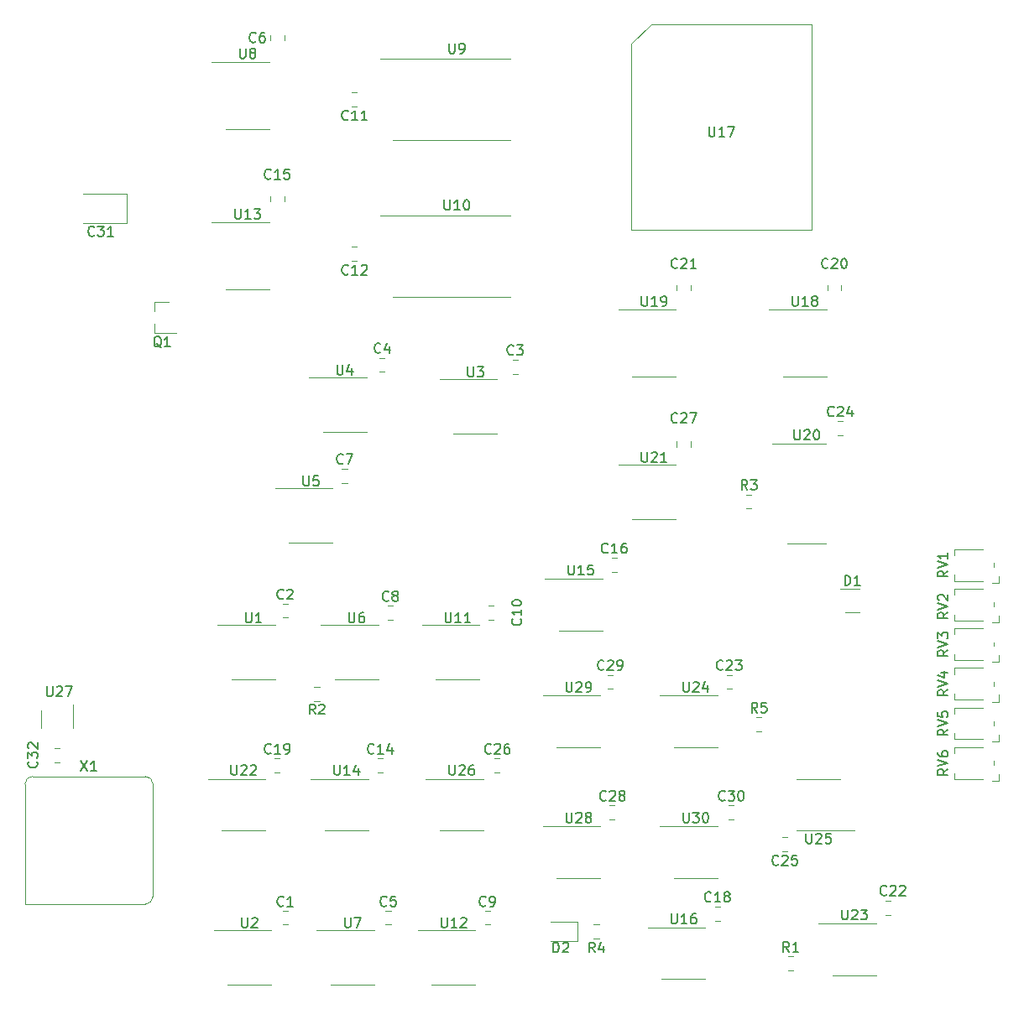
<source format=gbr>
%TF.GenerationSoftware,KiCad,Pcbnew,(5.1.6-0-10_14)*%
%TF.CreationDate,2020-12-19T15:47:54+01:00*%
%TF.ProjectId,vga,7667612e-6b69-4636-9164-5f7063625858,1*%
%TF.SameCoordinates,Original*%
%TF.FileFunction,Legend,Top*%
%TF.FilePolarity,Positive*%
%FSLAX46Y46*%
G04 Gerber Fmt 4.6, Leading zero omitted, Abs format (unit mm)*
G04 Created by KiCad (PCBNEW (5.1.6-0-10_14)) date 2020-12-19 15:47:54*
%MOMM*%
%LPD*%
G01*
G04 APERTURE LIST*
%ADD10C,0.120000*%
%ADD11C,0.150000*%
G04 APERTURE END LIST*
D10*
%TO.C,C31*%
X56450000Y-71510000D02*
X60835000Y-71510000D01*
X60835000Y-71510000D02*
X60835000Y-68490000D01*
X60835000Y-68490000D02*
X56450000Y-68490000D01*
%TO.C,R5*%
X124341422Y-122810000D02*
X124858578Y-122810000D01*
X124341422Y-121390000D02*
X124858578Y-121390000D01*
%TO.C,C32*%
X54058578Y-124490000D02*
X53541422Y-124490000D01*
X54058578Y-125910000D02*
X53541422Y-125910000D01*
%TO.C,RV6*%
X148800000Y-127800000D02*
X148800000Y-127100000D01*
X148100000Y-127800000D02*
X148800000Y-127800000D01*
X144300000Y-124400000D02*
X144300000Y-125000000D01*
X147200000Y-124400000D02*
X144300000Y-124400000D01*
X144300000Y-127600000D02*
X144300000Y-127000000D01*
X147200000Y-127600000D02*
X144300000Y-127600000D01*
X148300000Y-126200000D02*
X148300000Y-125800000D01*
%TO.C,RV5*%
X148800000Y-123800000D02*
X148800000Y-123100000D01*
X148100000Y-123800000D02*
X148800000Y-123800000D01*
X144300000Y-120400000D02*
X144300000Y-121000000D01*
X147200000Y-120400000D02*
X144300000Y-120400000D01*
X144300000Y-123600000D02*
X144300000Y-123000000D01*
X147200000Y-123600000D02*
X144300000Y-123600000D01*
X148300000Y-122200000D02*
X148300000Y-121800000D01*
%TO.C,RV4*%
X148800000Y-119800000D02*
X148800000Y-119100000D01*
X148100000Y-119800000D02*
X148800000Y-119800000D01*
X144300000Y-116400000D02*
X144300000Y-117000000D01*
X147200000Y-116400000D02*
X144300000Y-116400000D01*
X144300000Y-119600000D02*
X144300000Y-119000000D01*
X147200000Y-119600000D02*
X144300000Y-119600000D01*
X148300000Y-118200000D02*
X148300000Y-117800000D01*
%TO.C,RV3*%
X148800000Y-115800000D02*
X148800000Y-115100000D01*
X148100000Y-115800000D02*
X148800000Y-115800000D01*
X144300000Y-112400000D02*
X144300000Y-113000000D01*
X147200000Y-112400000D02*
X144300000Y-112400000D01*
X144300000Y-115600000D02*
X144300000Y-115000000D01*
X147200000Y-115600000D02*
X144300000Y-115600000D01*
X148300000Y-114200000D02*
X148300000Y-113800000D01*
%TO.C,RV2*%
X148800000Y-111800000D02*
X148800000Y-111100000D01*
X148100000Y-111800000D02*
X148800000Y-111800000D01*
X144300000Y-108400000D02*
X144300000Y-109000000D01*
X147200000Y-108400000D02*
X144300000Y-108400000D01*
X144300000Y-111600000D02*
X144300000Y-111000000D01*
X147200000Y-111600000D02*
X144300000Y-111600000D01*
X148300000Y-110200000D02*
X148300000Y-109800000D01*
%TO.C,RV1*%
X148800000Y-107800000D02*
X148800000Y-107100000D01*
X148100000Y-107800000D02*
X148800000Y-107800000D01*
X144300000Y-104400000D02*
X144300000Y-105000000D01*
X147200000Y-104400000D02*
X144300000Y-104400000D01*
X144300000Y-107600000D02*
X144300000Y-107000000D01*
X147200000Y-107600000D02*
X144300000Y-107600000D01*
X148300000Y-106200000D02*
X148300000Y-105800000D01*
%TO.C,R4*%
X108458578Y-142290000D02*
X107941422Y-142290000D01*
X108458578Y-143710000D02*
X107941422Y-143710000D01*
%TO.C,D2*%
X106285000Y-142040000D02*
X103600000Y-142040000D01*
X106285000Y-143960000D02*
X106285000Y-142040000D01*
X103600000Y-143960000D02*
X106285000Y-143960000D01*
%TO.C,D1*%
X133300000Y-110760000D02*
X134700000Y-110760000D01*
X134700000Y-108440000D02*
X132800000Y-108440000D01*
%TO.C,C1*%
X76541422Y-142310000D02*
X77058578Y-142310000D01*
X76541422Y-140890000D02*
X77058578Y-140890000D01*
%TO.C,C2*%
X76541422Y-109890000D02*
X77058578Y-109890000D01*
X76541422Y-111310000D02*
X77058578Y-111310000D01*
%TO.C,C3*%
X99741422Y-86710000D02*
X100258578Y-86710000D01*
X99741422Y-85290000D02*
X100258578Y-85290000D01*
%TO.C,C4*%
X86341422Y-85090000D02*
X86858578Y-85090000D01*
X86341422Y-86510000D02*
X86858578Y-86510000D01*
%TO.C,C5*%
X86941422Y-140890000D02*
X87458578Y-140890000D01*
X86941422Y-142310000D02*
X87458578Y-142310000D01*
%TO.C,C6*%
X75290000Y-53058578D02*
X75290000Y-52541422D01*
X76710000Y-53058578D02*
X76710000Y-52541422D01*
%TO.C,C7*%
X82541422Y-97710000D02*
X83058578Y-97710000D01*
X82541422Y-96290000D02*
X83058578Y-96290000D01*
%TO.C,C8*%
X87141422Y-111510000D02*
X87658578Y-111510000D01*
X87141422Y-110090000D02*
X87658578Y-110090000D01*
%TO.C,C9*%
X96941422Y-140890000D02*
X97458578Y-140890000D01*
X96941422Y-142310000D02*
X97458578Y-142310000D01*
%TO.C,C10*%
X97341422Y-110090000D02*
X97858578Y-110090000D01*
X97341422Y-111510000D02*
X97858578Y-111510000D01*
%TO.C,C11*%
X84058578Y-58290000D02*
X83541422Y-58290000D01*
X84058578Y-59710000D02*
X83541422Y-59710000D01*
%TO.C,C12*%
X84058578Y-75310000D02*
X83541422Y-75310000D01*
X84058578Y-73890000D02*
X83541422Y-73890000D01*
%TO.C,C14*%
X86141422Y-126910000D02*
X86658578Y-126910000D01*
X86141422Y-125490000D02*
X86658578Y-125490000D01*
%TO.C,C15*%
X76710000Y-69258578D02*
X76710000Y-68741422D01*
X75290000Y-69258578D02*
X75290000Y-68741422D01*
%TO.C,C16*%
X109741422Y-106710000D02*
X110258578Y-106710000D01*
X109741422Y-105290000D02*
X110258578Y-105290000D01*
%TO.C,C18*%
X120141422Y-140490000D02*
X120658578Y-140490000D01*
X120141422Y-141910000D02*
X120658578Y-141910000D01*
%TO.C,C19*%
X75741422Y-126910000D02*
X76258578Y-126910000D01*
X75741422Y-125490000D02*
X76258578Y-125490000D01*
%TO.C,C20*%
X132910000Y-78258578D02*
X132910000Y-77741422D01*
X131490000Y-78258578D02*
X131490000Y-77741422D01*
%TO.C,C21*%
X116290000Y-78258578D02*
X116290000Y-77741422D01*
X117710000Y-78258578D02*
X117710000Y-77741422D01*
%TO.C,C22*%
X137341422Y-139890000D02*
X137858578Y-139890000D01*
X137341422Y-141310000D02*
X137858578Y-141310000D01*
%TO.C,C23*%
X121341422Y-118510000D02*
X121858578Y-118510000D01*
X121341422Y-117090000D02*
X121858578Y-117090000D01*
%TO.C,C24*%
X132541422Y-91490000D02*
X133058578Y-91490000D01*
X132541422Y-92910000D02*
X133058578Y-92910000D01*
%TO.C,C25*%
X127458578Y-134910000D02*
X126941422Y-134910000D01*
X127458578Y-133490000D02*
X126941422Y-133490000D01*
%TO.C,C26*%
X97941422Y-126910000D02*
X98458578Y-126910000D01*
X97941422Y-125490000D02*
X98458578Y-125490000D01*
%TO.C,C27*%
X117710000Y-94058578D02*
X117710000Y-93541422D01*
X116290000Y-94058578D02*
X116290000Y-93541422D01*
%TO.C,C28*%
X109541422Y-130290000D02*
X110058578Y-130290000D01*
X109541422Y-131710000D02*
X110058578Y-131710000D01*
%TO.C,C29*%
X109341422Y-118510000D02*
X109858578Y-118510000D01*
X109341422Y-117090000D02*
X109858578Y-117090000D01*
%TO.C,C30*%
X121541422Y-130290000D02*
X122058578Y-130290000D01*
X121541422Y-131710000D02*
X122058578Y-131710000D01*
%TO.C,Q1*%
X63640000Y-79420000D02*
X65100000Y-79420000D01*
X63640000Y-82580000D02*
X65800000Y-82580000D01*
X63640000Y-82580000D02*
X63640000Y-81650000D01*
X63640000Y-79420000D02*
X63640000Y-80350000D01*
%TO.C,R1*%
X128058578Y-145490000D02*
X127541422Y-145490000D01*
X128058578Y-146910000D02*
X127541422Y-146910000D01*
%TO.C,R2*%
X79741422Y-118290000D02*
X80258578Y-118290000D01*
X79741422Y-119710000D02*
X80258578Y-119710000D01*
%TO.C,R3*%
X123341422Y-100310000D02*
X123858578Y-100310000D01*
X123341422Y-98890000D02*
X123858578Y-98890000D01*
%TO.C,U1*%
X73600000Y-112065000D02*
X70000000Y-112065000D01*
X73600000Y-112065000D02*
X75800000Y-112065000D01*
X73600000Y-117535000D02*
X71400000Y-117535000D01*
X73600000Y-117535000D02*
X75800000Y-117535000D01*
%TO.C,U2*%
X73200000Y-148335000D02*
X75400000Y-148335000D01*
X73200000Y-148335000D02*
X71000000Y-148335000D01*
X73200000Y-142865000D02*
X75400000Y-142865000D01*
X73200000Y-142865000D02*
X69600000Y-142865000D01*
%TO.C,U3*%
X96000000Y-92735000D02*
X98200000Y-92735000D01*
X96000000Y-92735000D02*
X93800000Y-92735000D01*
X96000000Y-87265000D02*
X98200000Y-87265000D01*
X96000000Y-87265000D02*
X92400000Y-87265000D01*
%TO.C,U4*%
X82800000Y-87065000D02*
X79200000Y-87065000D01*
X82800000Y-87065000D02*
X85000000Y-87065000D01*
X82800000Y-92535000D02*
X80600000Y-92535000D01*
X82800000Y-92535000D02*
X85000000Y-92535000D01*
%TO.C,U5*%
X79400000Y-103735000D02*
X81600000Y-103735000D01*
X79400000Y-103735000D02*
X77200000Y-103735000D01*
X79400000Y-98265000D02*
X81600000Y-98265000D01*
X79400000Y-98265000D02*
X75800000Y-98265000D01*
%TO.C,U6*%
X84000000Y-117535000D02*
X86200000Y-117535000D01*
X84000000Y-117535000D02*
X81800000Y-117535000D01*
X84000000Y-112065000D02*
X86200000Y-112065000D01*
X84000000Y-112065000D02*
X80400000Y-112065000D01*
%TO.C,U7*%
X83600000Y-142865000D02*
X80000000Y-142865000D01*
X83600000Y-142865000D02*
X85800000Y-142865000D01*
X83600000Y-148335000D02*
X81400000Y-148335000D01*
X83600000Y-148335000D02*
X85800000Y-148335000D01*
%TO.C,U8*%
X73000000Y-55215000D02*
X69400000Y-55215000D01*
X73000000Y-55215000D02*
X75200000Y-55215000D01*
X73000000Y-61985000D02*
X70800000Y-61985000D01*
X73000000Y-61985000D02*
X75200000Y-61985000D01*
%TO.C,U9*%
X86395000Y-54890000D02*
X99500000Y-54890000D01*
X87700000Y-63110000D02*
X99500000Y-63110000D01*
%TO.C,U10*%
X87700000Y-78910000D02*
X99500000Y-78910000D01*
X86395000Y-70690000D02*
X99500000Y-70690000D01*
%TO.C,U11*%
X94200000Y-112065000D02*
X90600000Y-112065000D01*
X94200000Y-112065000D02*
X96400000Y-112065000D01*
X94200000Y-117535000D02*
X92000000Y-117535000D01*
X94200000Y-117535000D02*
X96400000Y-117535000D01*
%TO.C,U12*%
X93800000Y-148335000D02*
X96000000Y-148335000D01*
X93800000Y-148335000D02*
X91600000Y-148335000D01*
X93800000Y-142865000D02*
X96000000Y-142865000D01*
X93800000Y-142865000D02*
X90200000Y-142865000D01*
%TO.C,U13*%
X73000000Y-78185000D02*
X75200000Y-78185000D01*
X73000000Y-78185000D02*
X70800000Y-78185000D01*
X73000000Y-71415000D02*
X75200000Y-71415000D01*
X73000000Y-71415000D02*
X69400000Y-71415000D01*
%TO.C,U14*%
X83000000Y-127590000D02*
X79400000Y-127590000D01*
X83000000Y-127590000D02*
X85200000Y-127590000D01*
X83000000Y-132810000D02*
X80800000Y-132810000D01*
X83000000Y-132810000D02*
X85200000Y-132810000D01*
%TO.C,U15*%
X106600000Y-112610000D02*
X108800000Y-112610000D01*
X106600000Y-112610000D02*
X104400000Y-112610000D01*
X106600000Y-107390000D02*
X108800000Y-107390000D01*
X106600000Y-107390000D02*
X103000000Y-107390000D01*
%TO.C,U16*%
X117000000Y-142590000D02*
X113400000Y-142590000D01*
X117000000Y-142590000D02*
X119200000Y-142590000D01*
X117000000Y-147810000D02*
X114800000Y-147810000D01*
X117000000Y-147810000D02*
X119200000Y-147810000D01*
%TO.C,U17*%
X111700000Y-53400000D02*
X111700000Y-72200000D01*
X113700000Y-51400000D02*
X111700000Y-53400000D01*
X129900000Y-51400000D02*
X113700000Y-51400000D01*
X129900000Y-72200000D02*
X129900000Y-51400000D01*
X111700000Y-72200000D02*
X129900000Y-72200000D01*
%TO.C,U18*%
X129200000Y-86985000D02*
X131400000Y-86985000D01*
X129200000Y-86985000D02*
X127000000Y-86985000D01*
X129200000Y-80215000D02*
X131400000Y-80215000D01*
X129200000Y-80215000D02*
X125600000Y-80215000D01*
%TO.C,U19*%
X114000000Y-80215000D02*
X110400000Y-80215000D01*
X114000000Y-80215000D02*
X116200000Y-80215000D01*
X114000000Y-86985000D02*
X111800000Y-86985000D01*
X114000000Y-86985000D02*
X116200000Y-86985000D01*
%TO.C,U20*%
X129400000Y-93740000D02*
X125950000Y-93740000D01*
X129400000Y-93740000D02*
X131350000Y-93740000D01*
X129400000Y-103860000D02*
X127450000Y-103860000D01*
X129400000Y-103860000D02*
X131350000Y-103860000D01*
%TO.C,U21*%
X114000000Y-95865000D02*
X110400000Y-95865000D01*
X114000000Y-95865000D02*
X116200000Y-95865000D01*
X114000000Y-101335000D02*
X111800000Y-101335000D01*
X114000000Y-101335000D02*
X116200000Y-101335000D01*
%TO.C,U22*%
X72600000Y-132810000D02*
X74800000Y-132810000D01*
X72600000Y-132810000D02*
X70400000Y-132810000D01*
X72600000Y-127590000D02*
X74800000Y-127590000D01*
X72600000Y-127590000D02*
X69000000Y-127590000D01*
%TO.C,U23*%
X134200000Y-142190000D02*
X130600000Y-142190000D01*
X134200000Y-142190000D02*
X136400000Y-142190000D01*
X134200000Y-147410000D02*
X132000000Y-147410000D01*
X134200000Y-147410000D02*
X136400000Y-147410000D01*
%TO.C,U24*%
X118200000Y-124410000D02*
X120400000Y-124410000D01*
X118200000Y-124410000D02*
X116000000Y-124410000D01*
X118200000Y-119190000D02*
X120400000Y-119190000D01*
X118200000Y-119190000D02*
X114600000Y-119190000D01*
%TO.C,U25*%
X130600000Y-132810000D02*
X134200000Y-132810000D01*
X130600000Y-132810000D02*
X128400000Y-132810000D01*
X130600000Y-127590000D02*
X132800000Y-127590000D01*
X130600000Y-127590000D02*
X128400000Y-127590000D01*
%TO.C,U26*%
X94600000Y-132810000D02*
X96800000Y-132810000D01*
X94600000Y-132810000D02*
X92400000Y-132810000D01*
X94600000Y-127590000D02*
X96800000Y-127590000D01*
X94600000Y-127590000D02*
X91000000Y-127590000D01*
%TO.C,U27*%
X55410000Y-122500000D02*
X55410000Y-120050000D01*
X52190000Y-120700000D02*
X52190000Y-122500000D01*
%TO.C,U28*%
X106400000Y-132390000D02*
X102800000Y-132390000D01*
X106400000Y-132390000D02*
X108600000Y-132390000D01*
X106400000Y-137610000D02*
X104200000Y-137610000D01*
X106400000Y-137610000D02*
X108600000Y-137610000D01*
%TO.C,U29*%
X106400000Y-119190000D02*
X102800000Y-119190000D01*
X106400000Y-119190000D02*
X108600000Y-119190000D01*
X106400000Y-124410000D02*
X104200000Y-124410000D01*
X106400000Y-124410000D02*
X108600000Y-124410000D01*
%TO.C,U30*%
X118200000Y-137610000D02*
X120400000Y-137610000D01*
X118200000Y-137610000D02*
X116000000Y-137610000D01*
X118200000Y-132390000D02*
X120400000Y-132390000D01*
X118200000Y-132390000D02*
X114600000Y-132390000D01*
%TO.C,X1*%
X50560000Y-140240000D02*
X62710000Y-140240000D01*
X63460000Y-139490000D02*
X63460000Y-128090000D01*
X62710000Y-127340000D02*
X51310000Y-127340000D01*
X50560000Y-128090000D02*
X50560000Y-140240000D01*
X62710000Y-140240000D02*
G75*
G03*
X63460000Y-139490000I0J750000D01*
G01*
X63460000Y-128090000D02*
G75*
G03*
X62710000Y-127340000I-750000J0D01*
G01*
X51310000Y-127340000D02*
G75*
G03*
X50560000Y-128090000I0J-750000D01*
G01*
%TO.C,C31*%
D11*
X57557142Y-72707142D02*
X57509523Y-72754761D01*
X57366666Y-72802380D01*
X57271428Y-72802380D01*
X57128571Y-72754761D01*
X57033333Y-72659523D01*
X56985714Y-72564285D01*
X56938095Y-72373809D01*
X56938095Y-72230952D01*
X56985714Y-72040476D01*
X57033333Y-71945238D01*
X57128571Y-71850000D01*
X57271428Y-71802380D01*
X57366666Y-71802380D01*
X57509523Y-71850000D01*
X57557142Y-71897619D01*
X57890476Y-71802380D02*
X58509523Y-71802380D01*
X58176190Y-72183333D01*
X58319047Y-72183333D01*
X58414285Y-72230952D01*
X58461904Y-72278571D01*
X58509523Y-72373809D01*
X58509523Y-72611904D01*
X58461904Y-72707142D01*
X58414285Y-72754761D01*
X58319047Y-72802380D01*
X58033333Y-72802380D01*
X57938095Y-72754761D01*
X57890476Y-72707142D01*
X59461904Y-72802380D02*
X58890476Y-72802380D01*
X59176190Y-72802380D02*
X59176190Y-71802380D01*
X59080952Y-71945238D01*
X58985714Y-72040476D01*
X58890476Y-72088095D01*
%TO.C,R5*%
X124433333Y-120902380D02*
X124100000Y-120426190D01*
X123861904Y-120902380D02*
X123861904Y-119902380D01*
X124242857Y-119902380D01*
X124338095Y-119950000D01*
X124385714Y-119997619D01*
X124433333Y-120092857D01*
X124433333Y-120235714D01*
X124385714Y-120330952D01*
X124338095Y-120378571D01*
X124242857Y-120426190D01*
X123861904Y-120426190D01*
X125338095Y-119902380D02*
X124861904Y-119902380D01*
X124814285Y-120378571D01*
X124861904Y-120330952D01*
X124957142Y-120283333D01*
X125195238Y-120283333D01*
X125290476Y-120330952D01*
X125338095Y-120378571D01*
X125385714Y-120473809D01*
X125385714Y-120711904D01*
X125338095Y-120807142D01*
X125290476Y-120854761D01*
X125195238Y-120902380D01*
X124957142Y-120902380D01*
X124861904Y-120854761D01*
X124814285Y-120807142D01*
%TO.C,C32*%
X51757142Y-125842857D02*
X51804761Y-125890476D01*
X51852380Y-126033333D01*
X51852380Y-126128571D01*
X51804761Y-126271428D01*
X51709523Y-126366666D01*
X51614285Y-126414285D01*
X51423809Y-126461904D01*
X51280952Y-126461904D01*
X51090476Y-126414285D01*
X50995238Y-126366666D01*
X50900000Y-126271428D01*
X50852380Y-126128571D01*
X50852380Y-126033333D01*
X50900000Y-125890476D01*
X50947619Y-125842857D01*
X50852380Y-125509523D02*
X50852380Y-124890476D01*
X51233333Y-125223809D01*
X51233333Y-125080952D01*
X51280952Y-124985714D01*
X51328571Y-124938095D01*
X51423809Y-124890476D01*
X51661904Y-124890476D01*
X51757142Y-124938095D01*
X51804761Y-124985714D01*
X51852380Y-125080952D01*
X51852380Y-125366666D01*
X51804761Y-125461904D01*
X51757142Y-125509523D01*
X50947619Y-124509523D02*
X50900000Y-124461904D01*
X50852380Y-124366666D01*
X50852380Y-124128571D01*
X50900000Y-124033333D01*
X50947619Y-123985714D01*
X51042857Y-123938095D01*
X51138095Y-123938095D01*
X51280952Y-123985714D01*
X51852380Y-124557142D01*
X51852380Y-123938095D01*
%TO.C,RV6*%
X143652380Y-126595238D02*
X143176190Y-126928571D01*
X143652380Y-127166666D02*
X142652380Y-127166666D01*
X142652380Y-126785714D01*
X142700000Y-126690476D01*
X142747619Y-126642857D01*
X142842857Y-126595238D01*
X142985714Y-126595238D01*
X143080952Y-126642857D01*
X143128571Y-126690476D01*
X143176190Y-126785714D01*
X143176190Y-127166666D01*
X142652380Y-126309523D02*
X143652380Y-125976190D01*
X142652380Y-125642857D01*
X142652380Y-124880952D02*
X142652380Y-125071428D01*
X142700000Y-125166666D01*
X142747619Y-125214285D01*
X142890476Y-125309523D01*
X143080952Y-125357142D01*
X143461904Y-125357142D01*
X143557142Y-125309523D01*
X143604761Y-125261904D01*
X143652380Y-125166666D01*
X143652380Y-124976190D01*
X143604761Y-124880952D01*
X143557142Y-124833333D01*
X143461904Y-124785714D01*
X143223809Y-124785714D01*
X143128571Y-124833333D01*
X143080952Y-124880952D01*
X143033333Y-124976190D01*
X143033333Y-125166666D01*
X143080952Y-125261904D01*
X143128571Y-125309523D01*
X143223809Y-125357142D01*
%TO.C,RV5*%
X143652380Y-122595238D02*
X143176190Y-122928571D01*
X143652380Y-123166666D02*
X142652380Y-123166666D01*
X142652380Y-122785714D01*
X142700000Y-122690476D01*
X142747619Y-122642857D01*
X142842857Y-122595238D01*
X142985714Y-122595238D01*
X143080952Y-122642857D01*
X143128571Y-122690476D01*
X143176190Y-122785714D01*
X143176190Y-123166666D01*
X142652380Y-122309523D02*
X143652380Y-121976190D01*
X142652380Y-121642857D01*
X142652380Y-120833333D02*
X142652380Y-121309523D01*
X143128571Y-121357142D01*
X143080952Y-121309523D01*
X143033333Y-121214285D01*
X143033333Y-120976190D01*
X143080952Y-120880952D01*
X143128571Y-120833333D01*
X143223809Y-120785714D01*
X143461904Y-120785714D01*
X143557142Y-120833333D01*
X143604761Y-120880952D01*
X143652380Y-120976190D01*
X143652380Y-121214285D01*
X143604761Y-121309523D01*
X143557142Y-121357142D01*
%TO.C,RV4*%
X143652380Y-118595238D02*
X143176190Y-118928571D01*
X143652380Y-119166666D02*
X142652380Y-119166666D01*
X142652380Y-118785714D01*
X142700000Y-118690476D01*
X142747619Y-118642857D01*
X142842857Y-118595238D01*
X142985714Y-118595238D01*
X143080952Y-118642857D01*
X143128571Y-118690476D01*
X143176190Y-118785714D01*
X143176190Y-119166666D01*
X142652380Y-118309523D02*
X143652380Y-117976190D01*
X142652380Y-117642857D01*
X142985714Y-116880952D02*
X143652380Y-116880952D01*
X142604761Y-117119047D02*
X143319047Y-117357142D01*
X143319047Y-116738095D01*
%TO.C,RV3*%
X143652380Y-114595238D02*
X143176190Y-114928571D01*
X143652380Y-115166666D02*
X142652380Y-115166666D01*
X142652380Y-114785714D01*
X142700000Y-114690476D01*
X142747619Y-114642857D01*
X142842857Y-114595238D01*
X142985714Y-114595238D01*
X143080952Y-114642857D01*
X143128571Y-114690476D01*
X143176190Y-114785714D01*
X143176190Y-115166666D01*
X142652380Y-114309523D02*
X143652380Y-113976190D01*
X142652380Y-113642857D01*
X142652380Y-113404761D02*
X142652380Y-112785714D01*
X143033333Y-113119047D01*
X143033333Y-112976190D01*
X143080952Y-112880952D01*
X143128571Y-112833333D01*
X143223809Y-112785714D01*
X143461904Y-112785714D01*
X143557142Y-112833333D01*
X143604761Y-112880952D01*
X143652380Y-112976190D01*
X143652380Y-113261904D01*
X143604761Y-113357142D01*
X143557142Y-113404761D01*
%TO.C,RV2*%
X143652380Y-110795238D02*
X143176190Y-111128571D01*
X143652380Y-111366666D02*
X142652380Y-111366666D01*
X142652380Y-110985714D01*
X142700000Y-110890476D01*
X142747619Y-110842857D01*
X142842857Y-110795238D01*
X142985714Y-110795238D01*
X143080952Y-110842857D01*
X143128571Y-110890476D01*
X143176190Y-110985714D01*
X143176190Y-111366666D01*
X142652380Y-110509523D02*
X143652380Y-110176190D01*
X142652380Y-109842857D01*
X142747619Y-109557142D02*
X142700000Y-109509523D01*
X142652380Y-109414285D01*
X142652380Y-109176190D01*
X142700000Y-109080952D01*
X142747619Y-109033333D01*
X142842857Y-108985714D01*
X142938095Y-108985714D01*
X143080952Y-109033333D01*
X143652380Y-109604761D01*
X143652380Y-108985714D01*
%TO.C,RV1*%
X143652380Y-106595238D02*
X143176190Y-106928571D01*
X143652380Y-107166666D02*
X142652380Y-107166666D01*
X142652380Y-106785714D01*
X142700000Y-106690476D01*
X142747619Y-106642857D01*
X142842857Y-106595238D01*
X142985714Y-106595238D01*
X143080952Y-106642857D01*
X143128571Y-106690476D01*
X143176190Y-106785714D01*
X143176190Y-107166666D01*
X142652380Y-106309523D02*
X143652380Y-105976190D01*
X142652380Y-105642857D01*
X143652380Y-104785714D02*
X143652380Y-105357142D01*
X143652380Y-105071428D02*
X142652380Y-105071428D01*
X142795238Y-105166666D01*
X142890476Y-105261904D01*
X142938095Y-105357142D01*
%TO.C,R4*%
X108033333Y-145102380D02*
X107700000Y-144626190D01*
X107461904Y-145102380D02*
X107461904Y-144102380D01*
X107842857Y-144102380D01*
X107938095Y-144150000D01*
X107985714Y-144197619D01*
X108033333Y-144292857D01*
X108033333Y-144435714D01*
X107985714Y-144530952D01*
X107938095Y-144578571D01*
X107842857Y-144626190D01*
X107461904Y-144626190D01*
X108890476Y-144435714D02*
X108890476Y-145102380D01*
X108652380Y-144054761D02*
X108414285Y-144769047D01*
X109033333Y-144769047D01*
%TO.C,D2*%
X103861904Y-145102380D02*
X103861904Y-144102380D01*
X104100000Y-144102380D01*
X104242857Y-144150000D01*
X104338095Y-144245238D01*
X104385714Y-144340476D01*
X104433333Y-144530952D01*
X104433333Y-144673809D01*
X104385714Y-144864285D01*
X104338095Y-144959523D01*
X104242857Y-145054761D01*
X104100000Y-145102380D01*
X103861904Y-145102380D01*
X104814285Y-144197619D02*
X104861904Y-144150000D01*
X104957142Y-144102380D01*
X105195238Y-144102380D01*
X105290476Y-144150000D01*
X105338095Y-144197619D01*
X105385714Y-144292857D01*
X105385714Y-144388095D01*
X105338095Y-144530952D01*
X104766666Y-145102380D01*
X105385714Y-145102380D01*
%TO.C,D1*%
X133261904Y-108052380D02*
X133261904Y-107052380D01*
X133500000Y-107052380D01*
X133642857Y-107100000D01*
X133738095Y-107195238D01*
X133785714Y-107290476D01*
X133833333Y-107480952D01*
X133833333Y-107623809D01*
X133785714Y-107814285D01*
X133738095Y-107909523D01*
X133642857Y-108004761D01*
X133500000Y-108052380D01*
X133261904Y-108052380D01*
X134785714Y-108052380D02*
X134214285Y-108052380D01*
X134500000Y-108052380D02*
X134500000Y-107052380D01*
X134404761Y-107195238D01*
X134309523Y-107290476D01*
X134214285Y-107338095D01*
%TO.C,C1*%
X76633333Y-140357142D02*
X76585714Y-140404761D01*
X76442857Y-140452380D01*
X76347619Y-140452380D01*
X76204761Y-140404761D01*
X76109523Y-140309523D01*
X76061904Y-140214285D01*
X76014285Y-140023809D01*
X76014285Y-139880952D01*
X76061904Y-139690476D01*
X76109523Y-139595238D01*
X76204761Y-139500000D01*
X76347619Y-139452380D01*
X76442857Y-139452380D01*
X76585714Y-139500000D01*
X76633333Y-139547619D01*
X77585714Y-140452380D02*
X77014285Y-140452380D01*
X77300000Y-140452380D02*
X77300000Y-139452380D01*
X77204761Y-139595238D01*
X77109523Y-139690476D01*
X77014285Y-139738095D01*
%TO.C,C2*%
X76633333Y-109357142D02*
X76585714Y-109404761D01*
X76442857Y-109452380D01*
X76347619Y-109452380D01*
X76204761Y-109404761D01*
X76109523Y-109309523D01*
X76061904Y-109214285D01*
X76014285Y-109023809D01*
X76014285Y-108880952D01*
X76061904Y-108690476D01*
X76109523Y-108595238D01*
X76204761Y-108500000D01*
X76347619Y-108452380D01*
X76442857Y-108452380D01*
X76585714Y-108500000D01*
X76633333Y-108547619D01*
X77014285Y-108547619D02*
X77061904Y-108500000D01*
X77157142Y-108452380D01*
X77395238Y-108452380D01*
X77490476Y-108500000D01*
X77538095Y-108547619D01*
X77585714Y-108642857D01*
X77585714Y-108738095D01*
X77538095Y-108880952D01*
X76966666Y-109452380D01*
X77585714Y-109452380D01*
%TO.C,C3*%
X99833333Y-84707142D02*
X99785714Y-84754761D01*
X99642857Y-84802380D01*
X99547619Y-84802380D01*
X99404761Y-84754761D01*
X99309523Y-84659523D01*
X99261904Y-84564285D01*
X99214285Y-84373809D01*
X99214285Y-84230952D01*
X99261904Y-84040476D01*
X99309523Y-83945238D01*
X99404761Y-83850000D01*
X99547619Y-83802380D01*
X99642857Y-83802380D01*
X99785714Y-83850000D01*
X99833333Y-83897619D01*
X100166666Y-83802380D02*
X100785714Y-83802380D01*
X100452380Y-84183333D01*
X100595238Y-84183333D01*
X100690476Y-84230952D01*
X100738095Y-84278571D01*
X100785714Y-84373809D01*
X100785714Y-84611904D01*
X100738095Y-84707142D01*
X100690476Y-84754761D01*
X100595238Y-84802380D01*
X100309523Y-84802380D01*
X100214285Y-84754761D01*
X100166666Y-84707142D01*
%TO.C,C4*%
X86433333Y-84507142D02*
X86385714Y-84554761D01*
X86242857Y-84602380D01*
X86147619Y-84602380D01*
X86004761Y-84554761D01*
X85909523Y-84459523D01*
X85861904Y-84364285D01*
X85814285Y-84173809D01*
X85814285Y-84030952D01*
X85861904Y-83840476D01*
X85909523Y-83745238D01*
X86004761Y-83650000D01*
X86147619Y-83602380D01*
X86242857Y-83602380D01*
X86385714Y-83650000D01*
X86433333Y-83697619D01*
X87290476Y-83935714D02*
X87290476Y-84602380D01*
X87052380Y-83554761D02*
X86814285Y-84269047D01*
X87433333Y-84269047D01*
%TO.C,C5*%
X87033333Y-140357142D02*
X86985714Y-140404761D01*
X86842857Y-140452380D01*
X86747619Y-140452380D01*
X86604761Y-140404761D01*
X86509523Y-140309523D01*
X86461904Y-140214285D01*
X86414285Y-140023809D01*
X86414285Y-139880952D01*
X86461904Y-139690476D01*
X86509523Y-139595238D01*
X86604761Y-139500000D01*
X86747619Y-139452380D01*
X86842857Y-139452380D01*
X86985714Y-139500000D01*
X87033333Y-139547619D01*
X87938095Y-139452380D02*
X87461904Y-139452380D01*
X87414285Y-139928571D01*
X87461904Y-139880952D01*
X87557142Y-139833333D01*
X87795238Y-139833333D01*
X87890476Y-139880952D01*
X87938095Y-139928571D01*
X87985714Y-140023809D01*
X87985714Y-140261904D01*
X87938095Y-140357142D01*
X87890476Y-140404761D01*
X87795238Y-140452380D01*
X87557142Y-140452380D01*
X87461904Y-140404761D01*
X87414285Y-140357142D01*
%TO.C,C6*%
X73833333Y-53157142D02*
X73785714Y-53204761D01*
X73642857Y-53252380D01*
X73547619Y-53252380D01*
X73404761Y-53204761D01*
X73309523Y-53109523D01*
X73261904Y-53014285D01*
X73214285Y-52823809D01*
X73214285Y-52680952D01*
X73261904Y-52490476D01*
X73309523Y-52395238D01*
X73404761Y-52300000D01*
X73547619Y-52252380D01*
X73642857Y-52252380D01*
X73785714Y-52300000D01*
X73833333Y-52347619D01*
X74690476Y-52252380D02*
X74500000Y-52252380D01*
X74404761Y-52300000D01*
X74357142Y-52347619D01*
X74261904Y-52490476D01*
X74214285Y-52680952D01*
X74214285Y-53061904D01*
X74261904Y-53157142D01*
X74309523Y-53204761D01*
X74404761Y-53252380D01*
X74595238Y-53252380D01*
X74690476Y-53204761D01*
X74738095Y-53157142D01*
X74785714Y-53061904D01*
X74785714Y-52823809D01*
X74738095Y-52728571D01*
X74690476Y-52680952D01*
X74595238Y-52633333D01*
X74404761Y-52633333D01*
X74309523Y-52680952D01*
X74261904Y-52728571D01*
X74214285Y-52823809D01*
%TO.C,C7*%
X82633333Y-95707142D02*
X82585714Y-95754761D01*
X82442857Y-95802380D01*
X82347619Y-95802380D01*
X82204761Y-95754761D01*
X82109523Y-95659523D01*
X82061904Y-95564285D01*
X82014285Y-95373809D01*
X82014285Y-95230952D01*
X82061904Y-95040476D01*
X82109523Y-94945238D01*
X82204761Y-94850000D01*
X82347619Y-94802380D01*
X82442857Y-94802380D01*
X82585714Y-94850000D01*
X82633333Y-94897619D01*
X82966666Y-94802380D02*
X83633333Y-94802380D01*
X83204761Y-95802380D01*
%TO.C,C8*%
X87233333Y-109557142D02*
X87185714Y-109604761D01*
X87042857Y-109652380D01*
X86947619Y-109652380D01*
X86804761Y-109604761D01*
X86709523Y-109509523D01*
X86661904Y-109414285D01*
X86614285Y-109223809D01*
X86614285Y-109080952D01*
X86661904Y-108890476D01*
X86709523Y-108795238D01*
X86804761Y-108700000D01*
X86947619Y-108652380D01*
X87042857Y-108652380D01*
X87185714Y-108700000D01*
X87233333Y-108747619D01*
X87804761Y-109080952D02*
X87709523Y-109033333D01*
X87661904Y-108985714D01*
X87614285Y-108890476D01*
X87614285Y-108842857D01*
X87661904Y-108747619D01*
X87709523Y-108700000D01*
X87804761Y-108652380D01*
X87995238Y-108652380D01*
X88090476Y-108700000D01*
X88138095Y-108747619D01*
X88185714Y-108842857D01*
X88185714Y-108890476D01*
X88138095Y-108985714D01*
X88090476Y-109033333D01*
X87995238Y-109080952D01*
X87804761Y-109080952D01*
X87709523Y-109128571D01*
X87661904Y-109176190D01*
X87614285Y-109271428D01*
X87614285Y-109461904D01*
X87661904Y-109557142D01*
X87709523Y-109604761D01*
X87804761Y-109652380D01*
X87995238Y-109652380D01*
X88090476Y-109604761D01*
X88138095Y-109557142D01*
X88185714Y-109461904D01*
X88185714Y-109271428D01*
X88138095Y-109176190D01*
X88090476Y-109128571D01*
X87995238Y-109080952D01*
%TO.C,C9*%
X97033333Y-140357142D02*
X96985714Y-140404761D01*
X96842857Y-140452380D01*
X96747619Y-140452380D01*
X96604761Y-140404761D01*
X96509523Y-140309523D01*
X96461904Y-140214285D01*
X96414285Y-140023809D01*
X96414285Y-139880952D01*
X96461904Y-139690476D01*
X96509523Y-139595238D01*
X96604761Y-139500000D01*
X96747619Y-139452380D01*
X96842857Y-139452380D01*
X96985714Y-139500000D01*
X97033333Y-139547619D01*
X97509523Y-140452380D02*
X97700000Y-140452380D01*
X97795238Y-140404761D01*
X97842857Y-140357142D01*
X97938095Y-140214285D01*
X97985714Y-140023809D01*
X97985714Y-139642857D01*
X97938095Y-139547619D01*
X97890476Y-139500000D01*
X97795238Y-139452380D01*
X97604761Y-139452380D01*
X97509523Y-139500000D01*
X97461904Y-139547619D01*
X97414285Y-139642857D01*
X97414285Y-139880952D01*
X97461904Y-139976190D01*
X97509523Y-140023809D01*
X97604761Y-140071428D01*
X97795238Y-140071428D01*
X97890476Y-140023809D01*
X97938095Y-139976190D01*
X97985714Y-139880952D01*
%TO.C,C10*%
X100557142Y-111442857D02*
X100604761Y-111490476D01*
X100652380Y-111633333D01*
X100652380Y-111728571D01*
X100604761Y-111871428D01*
X100509523Y-111966666D01*
X100414285Y-112014285D01*
X100223809Y-112061904D01*
X100080952Y-112061904D01*
X99890476Y-112014285D01*
X99795238Y-111966666D01*
X99700000Y-111871428D01*
X99652380Y-111728571D01*
X99652380Y-111633333D01*
X99700000Y-111490476D01*
X99747619Y-111442857D01*
X100652380Y-110490476D02*
X100652380Y-111061904D01*
X100652380Y-110776190D02*
X99652380Y-110776190D01*
X99795238Y-110871428D01*
X99890476Y-110966666D01*
X99938095Y-111061904D01*
X99652380Y-109871428D02*
X99652380Y-109776190D01*
X99700000Y-109680952D01*
X99747619Y-109633333D01*
X99842857Y-109585714D01*
X100033333Y-109538095D01*
X100271428Y-109538095D01*
X100461904Y-109585714D01*
X100557142Y-109633333D01*
X100604761Y-109680952D01*
X100652380Y-109776190D01*
X100652380Y-109871428D01*
X100604761Y-109966666D01*
X100557142Y-110014285D01*
X100461904Y-110061904D01*
X100271428Y-110109523D01*
X100033333Y-110109523D01*
X99842857Y-110061904D01*
X99747619Y-110014285D01*
X99700000Y-109966666D01*
X99652380Y-109871428D01*
%TO.C,C11*%
X83157142Y-61007142D02*
X83109523Y-61054761D01*
X82966666Y-61102380D01*
X82871428Y-61102380D01*
X82728571Y-61054761D01*
X82633333Y-60959523D01*
X82585714Y-60864285D01*
X82538095Y-60673809D01*
X82538095Y-60530952D01*
X82585714Y-60340476D01*
X82633333Y-60245238D01*
X82728571Y-60150000D01*
X82871428Y-60102380D01*
X82966666Y-60102380D01*
X83109523Y-60150000D01*
X83157142Y-60197619D01*
X84109523Y-61102380D02*
X83538095Y-61102380D01*
X83823809Y-61102380D02*
X83823809Y-60102380D01*
X83728571Y-60245238D01*
X83633333Y-60340476D01*
X83538095Y-60388095D01*
X85061904Y-61102380D02*
X84490476Y-61102380D01*
X84776190Y-61102380D02*
X84776190Y-60102380D01*
X84680952Y-60245238D01*
X84585714Y-60340476D01*
X84490476Y-60388095D01*
%TO.C,C12*%
X83157142Y-76607142D02*
X83109523Y-76654761D01*
X82966666Y-76702380D01*
X82871428Y-76702380D01*
X82728571Y-76654761D01*
X82633333Y-76559523D01*
X82585714Y-76464285D01*
X82538095Y-76273809D01*
X82538095Y-76130952D01*
X82585714Y-75940476D01*
X82633333Y-75845238D01*
X82728571Y-75750000D01*
X82871428Y-75702380D01*
X82966666Y-75702380D01*
X83109523Y-75750000D01*
X83157142Y-75797619D01*
X84109523Y-76702380D02*
X83538095Y-76702380D01*
X83823809Y-76702380D02*
X83823809Y-75702380D01*
X83728571Y-75845238D01*
X83633333Y-75940476D01*
X83538095Y-75988095D01*
X84490476Y-75797619D02*
X84538095Y-75750000D01*
X84633333Y-75702380D01*
X84871428Y-75702380D01*
X84966666Y-75750000D01*
X85014285Y-75797619D01*
X85061904Y-75892857D01*
X85061904Y-75988095D01*
X85014285Y-76130952D01*
X84442857Y-76702380D01*
X85061904Y-76702380D01*
%TO.C,C14*%
X85757142Y-124957142D02*
X85709523Y-125004761D01*
X85566666Y-125052380D01*
X85471428Y-125052380D01*
X85328571Y-125004761D01*
X85233333Y-124909523D01*
X85185714Y-124814285D01*
X85138095Y-124623809D01*
X85138095Y-124480952D01*
X85185714Y-124290476D01*
X85233333Y-124195238D01*
X85328571Y-124100000D01*
X85471428Y-124052380D01*
X85566666Y-124052380D01*
X85709523Y-124100000D01*
X85757142Y-124147619D01*
X86709523Y-125052380D02*
X86138095Y-125052380D01*
X86423809Y-125052380D02*
X86423809Y-124052380D01*
X86328571Y-124195238D01*
X86233333Y-124290476D01*
X86138095Y-124338095D01*
X87566666Y-124385714D02*
X87566666Y-125052380D01*
X87328571Y-124004761D02*
X87090476Y-124719047D01*
X87709523Y-124719047D01*
%TO.C,C15*%
X75357142Y-66957142D02*
X75309523Y-67004761D01*
X75166666Y-67052380D01*
X75071428Y-67052380D01*
X74928571Y-67004761D01*
X74833333Y-66909523D01*
X74785714Y-66814285D01*
X74738095Y-66623809D01*
X74738095Y-66480952D01*
X74785714Y-66290476D01*
X74833333Y-66195238D01*
X74928571Y-66100000D01*
X75071428Y-66052380D01*
X75166666Y-66052380D01*
X75309523Y-66100000D01*
X75357142Y-66147619D01*
X76309523Y-67052380D02*
X75738095Y-67052380D01*
X76023809Y-67052380D02*
X76023809Y-66052380D01*
X75928571Y-66195238D01*
X75833333Y-66290476D01*
X75738095Y-66338095D01*
X77214285Y-66052380D02*
X76738095Y-66052380D01*
X76690476Y-66528571D01*
X76738095Y-66480952D01*
X76833333Y-66433333D01*
X77071428Y-66433333D01*
X77166666Y-66480952D01*
X77214285Y-66528571D01*
X77261904Y-66623809D01*
X77261904Y-66861904D01*
X77214285Y-66957142D01*
X77166666Y-67004761D01*
X77071428Y-67052380D01*
X76833333Y-67052380D01*
X76738095Y-67004761D01*
X76690476Y-66957142D01*
%TO.C,C16*%
X109357142Y-104707142D02*
X109309523Y-104754761D01*
X109166666Y-104802380D01*
X109071428Y-104802380D01*
X108928571Y-104754761D01*
X108833333Y-104659523D01*
X108785714Y-104564285D01*
X108738095Y-104373809D01*
X108738095Y-104230952D01*
X108785714Y-104040476D01*
X108833333Y-103945238D01*
X108928571Y-103850000D01*
X109071428Y-103802380D01*
X109166666Y-103802380D01*
X109309523Y-103850000D01*
X109357142Y-103897619D01*
X110309523Y-104802380D02*
X109738095Y-104802380D01*
X110023809Y-104802380D02*
X110023809Y-103802380D01*
X109928571Y-103945238D01*
X109833333Y-104040476D01*
X109738095Y-104088095D01*
X111166666Y-103802380D02*
X110976190Y-103802380D01*
X110880952Y-103850000D01*
X110833333Y-103897619D01*
X110738095Y-104040476D01*
X110690476Y-104230952D01*
X110690476Y-104611904D01*
X110738095Y-104707142D01*
X110785714Y-104754761D01*
X110880952Y-104802380D01*
X111071428Y-104802380D01*
X111166666Y-104754761D01*
X111214285Y-104707142D01*
X111261904Y-104611904D01*
X111261904Y-104373809D01*
X111214285Y-104278571D01*
X111166666Y-104230952D01*
X111071428Y-104183333D01*
X110880952Y-104183333D01*
X110785714Y-104230952D01*
X110738095Y-104278571D01*
X110690476Y-104373809D01*
%TO.C,C18*%
X119757142Y-139907142D02*
X119709523Y-139954761D01*
X119566666Y-140002380D01*
X119471428Y-140002380D01*
X119328571Y-139954761D01*
X119233333Y-139859523D01*
X119185714Y-139764285D01*
X119138095Y-139573809D01*
X119138095Y-139430952D01*
X119185714Y-139240476D01*
X119233333Y-139145238D01*
X119328571Y-139050000D01*
X119471428Y-139002380D01*
X119566666Y-139002380D01*
X119709523Y-139050000D01*
X119757142Y-139097619D01*
X120709523Y-140002380D02*
X120138095Y-140002380D01*
X120423809Y-140002380D02*
X120423809Y-139002380D01*
X120328571Y-139145238D01*
X120233333Y-139240476D01*
X120138095Y-139288095D01*
X121280952Y-139430952D02*
X121185714Y-139383333D01*
X121138095Y-139335714D01*
X121090476Y-139240476D01*
X121090476Y-139192857D01*
X121138095Y-139097619D01*
X121185714Y-139050000D01*
X121280952Y-139002380D01*
X121471428Y-139002380D01*
X121566666Y-139050000D01*
X121614285Y-139097619D01*
X121661904Y-139192857D01*
X121661904Y-139240476D01*
X121614285Y-139335714D01*
X121566666Y-139383333D01*
X121471428Y-139430952D01*
X121280952Y-139430952D01*
X121185714Y-139478571D01*
X121138095Y-139526190D01*
X121090476Y-139621428D01*
X121090476Y-139811904D01*
X121138095Y-139907142D01*
X121185714Y-139954761D01*
X121280952Y-140002380D01*
X121471428Y-140002380D01*
X121566666Y-139954761D01*
X121614285Y-139907142D01*
X121661904Y-139811904D01*
X121661904Y-139621428D01*
X121614285Y-139526190D01*
X121566666Y-139478571D01*
X121471428Y-139430952D01*
%TO.C,C19*%
X75357142Y-124957142D02*
X75309523Y-125004761D01*
X75166666Y-125052380D01*
X75071428Y-125052380D01*
X74928571Y-125004761D01*
X74833333Y-124909523D01*
X74785714Y-124814285D01*
X74738095Y-124623809D01*
X74738095Y-124480952D01*
X74785714Y-124290476D01*
X74833333Y-124195238D01*
X74928571Y-124100000D01*
X75071428Y-124052380D01*
X75166666Y-124052380D01*
X75309523Y-124100000D01*
X75357142Y-124147619D01*
X76309523Y-125052380D02*
X75738095Y-125052380D01*
X76023809Y-125052380D02*
X76023809Y-124052380D01*
X75928571Y-124195238D01*
X75833333Y-124290476D01*
X75738095Y-124338095D01*
X76785714Y-125052380D02*
X76976190Y-125052380D01*
X77071428Y-125004761D01*
X77119047Y-124957142D01*
X77214285Y-124814285D01*
X77261904Y-124623809D01*
X77261904Y-124242857D01*
X77214285Y-124147619D01*
X77166666Y-124100000D01*
X77071428Y-124052380D01*
X76880952Y-124052380D01*
X76785714Y-124100000D01*
X76738095Y-124147619D01*
X76690476Y-124242857D01*
X76690476Y-124480952D01*
X76738095Y-124576190D01*
X76785714Y-124623809D01*
X76880952Y-124671428D01*
X77071428Y-124671428D01*
X77166666Y-124623809D01*
X77214285Y-124576190D01*
X77261904Y-124480952D01*
%TO.C,C20*%
X131557142Y-75957142D02*
X131509523Y-76004761D01*
X131366666Y-76052380D01*
X131271428Y-76052380D01*
X131128571Y-76004761D01*
X131033333Y-75909523D01*
X130985714Y-75814285D01*
X130938095Y-75623809D01*
X130938095Y-75480952D01*
X130985714Y-75290476D01*
X131033333Y-75195238D01*
X131128571Y-75100000D01*
X131271428Y-75052380D01*
X131366666Y-75052380D01*
X131509523Y-75100000D01*
X131557142Y-75147619D01*
X131938095Y-75147619D02*
X131985714Y-75100000D01*
X132080952Y-75052380D01*
X132319047Y-75052380D01*
X132414285Y-75100000D01*
X132461904Y-75147619D01*
X132509523Y-75242857D01*
X132509523Y-75338095D01*
X132461904Y-75480952D01*
X131890476Y-76052380D01*
X132509523Y-76052380D01*
X133128571Y-75052380D02*
X133223809Y-75052380D01*
X133319047Y-75100000D01*
X133366666Y-75147619D01*
X133414285Y-75242857D01*
X133461904Y-75433333D01*
X133461904Y-75671428D01*
X133414285Y-75861904D01*
X133366666Y-75957142D01*
X133319047Y-76004761D01*
X133223809Y-76052380D01*
X133128571Y-76052380D01*
X133033333Y-76004761D01*
X132985714Y-75957142D01*
X132938095Y-75861904D01*
X132890476Y-75671428D01*
X132890476Y-75433333D01*
X132938095Y-75242857D01*
X132985714Y-75147619D01*
X133033333Y-75100000D01*
X133128571Y-75052380D01*
%TO.C,C21*%
X116357142Y-75957142D02*
X116309523Y-76004761D01*
X116166666Y-76052380D01*
X116071428Y-76052380D01*
X115928571Y-76004761D01*
X115833333Y-75909523D01*
X115785714Y-75814285D01*
X115738095Y-75623809D01*
X115738095Y-75480952D01*
X115785714Y-75290476D01*
X115833333Y-75195238D01*
X115928571Y-75100000D01*
X116071428Y-75052380D01*
X116166666Y-75052380D01*
X116309523Y-75100000D01*
X116357142Y-75147619D01*
X116738095Y-75147619D02*
X116785714Y-75100000D01*
X116880952Y-75052380D01*
X117119047Y-75052380D01*
X117214285Y-75100000D01*
X117261904Y-75147619D01*
X117309523Y-75242857D01*
X117309523Y-75338095D01*
X117261904Y-75480952D01*
X116690476Y-76052380D01*
X117309523Y-76052380D01*
X118261904Y-76052380D02*
X117690476Y-76052380D01*
X117976190Y-76052380D02*
X117976190Y-75052380D01*
X117880952Y-75195238D01*
X117785714Y-75290476D01*
X117690476Y-75338095D01*
%TO.C,C22*%
X137457142Y-139257142D02*
X137409523Y-139304761D01*
X137266666Y-139352380D01*
X137171428Y-139352380D01*
X137028571Y-139304761D01*
X136933333Y-139209523D01*
X136885714Y-139114285D01*
X136838095Y-138923809D01*
X136838095Y-138780952D01*
X136885714Y-138590476D01*
X136933333Y-138495238D01*
X137028571Y-138400000D01*
X137171428Y-138352380D01*
X137266666Y-138352380D01*
X137409523Y-138400000D01*
X137457142Y-138447619D01*
X137838095Y-138447619D02*
X137885714Y-138400000D01*
X137980952Y-138352380D01*
X138219047Y-138352380D01*
X138314285Y-138400000D01*
X138361904Y-138447619D01*
X138409523Y-138542857D01*
X138409523Y-138638095D01*
X138361904Y-138780952D01*
X137790476Y-139352380D01*
X138409523Y-139352380D01*
X138790476Y-138447619D02*
X138838095Y-138400000D01*
X138933333Y-138352380D01*
X139171428Y-138352380D01*
X139266666Y-138400000D01*
X139314285Y-138447619D01*
X139361904Y-138542857D01*
X139361904Y-138638095D01*
X139314285Y-138780952D01*
X138742857Y-139352380D01*
X139361904Y-139352380D01*
%TO.C,C23*%
X120957142Y-116507142D02*
X120909523Y-116554761D01*
X120766666Y-116602380D01*
X120671428Y-116602380D01*
X120528571Y-116554761D01*
X120433333Y-116459523D01*
X120385714Y-116364285D01*
X120338095Y-116173809D01*
X120338095Y-116030952D01*
X120385714Y-115840476D01*
X120433333Y-115745238D01*
X120528571Y-115650000D01*
X120671428Y-115602380D01*
X120766666Y-115602380D01*
X120909523Y-115650000D01*
X120957142Y-115697619D01*
X121338095Y-115697619D02*
X121385714Y-115650000D01*
X121480952Y-115602380D01*
X121719047Y-115602380D01*
X121814285Y-115650000D01*
X121861904Y-115697619D01*
X121909523Y-115792857D01*
X121909523Y-115888095D01*
X121861904Y-116030952D01*
X121290476Y-116602380D01*
X121909523Y-116602380D01*
X122242857Y-115602380D02*
X122861904Y-115602380D01*
X122528571Y-115983333D01*
X122671428Y-115983333D01*
X122766666Y-116030952D01*
X122814285Y-116078571D01*
X122861904Y-116173809D01*
X122861904Y-116411904D01*
X122814285Y-116507142D01*
X122766666Y-116554761D01*
X122671428Y-116602380D01*
X122385714Y-116602380D01*
X122290476Y-116554761D01*
X122242857Y-116507142D01*
%TO.C,C24*%
X132157142Y-90907142D02*
X132109523Y-90954761D01*
X131966666Y-91002380D01*
X131871428Y-91002380D01*
X131728571Y-90954761D01*
X131633333Y-90859523D01*
X131585714Y-90764285D01*
X131538095Y-90573809D01*
X131538095Y-90430952D01*
X131585714Y-90240476D01*
X131633333Y-90145238D01*
X131728571Y-90050000D01*
X131871428Y-90002380D01*
X131966666Y-90002380D01*
X132109523Y-90050000D01*
X132157142Y-90097619D01*
X132538095Y-90097619D02*
X132585714Y-90050000D01*
X132680952Y-90002380D01*
X132919047Y-90002380D01*
X133014285Y-90050000D01*
X133061904Y-90097619D01*
X133109523Y-90192857D01*
X133109523Y-90288095D01*
X133061904Y-90430952D01*
X132490476Y-91002380D01*
X133109523Y-91002380D01*
X133966666Y-90335714D02*
X133966666Y-91002380D01*
X133728571Y-89954761D02*
X133490476Y-90669047D01*
X134109523Y-90669047D01*
%TO.C,C25*%
X126557142Y-136207142D02*
X126509523Y-136254761D01*
X126366666Y-136302380D01*
X126271428Y-136302380D01*
X126128571Y-136254761D01*
X126033333Y-136159523D01*
X125985714Y-136064285D01*
X125938095Y-135873809D01*
X125938095Y-135730952D01*
X125985714Y-135540476D01*
X126033333Y-135445238D01*
X126128571Y-135350000D01*
X126271428Y-135302380D01*
X126366666Y-135302380D01*
X126509523Y-135350000D01*
X126557142Y-135397619D01*
X126938095Y-135397619D02*
X126985714Y-135350000D01*
X127080952Y-135302380D01*
X127319047Y-135302380D01*
X127414285Y-135350000D01*
X127461904Y-135397619D01*
X127509523Y-135492857D01*
X127509523Y-135588095D01*
X127461904Y-135730952D01*
X126890476Y-136302380D01*
X127509523Y-136302380D01*
X128414285Y-135302380D02*
X127938095Y-135302380D01*
X127890476Y-135778571D01*
X127938095Y-135730952D01*
X128033333Y-135683333D01*
X128271428Y-135683333D01*
X128366666Y-135730952D01*
X128414285Y-135778571D01*
X128461904Y-135873809D01*
X128461904Y-136111904D01*
X128414285Y-136207142D01*
X128366666Y-136254761D01*
X128271428Y-136302380D01*
X128033333Y-136302380D01*
X127938095Y-136254761D01*
X127890476Y-136207142D01*
%TO.C,C26*%
X97557142Y-124957142D02*
X97509523Y-125004761D01*
X97366666Y-125052380D01*
X97271428Y-125052380D01*
X97128571Y-125004761D01*
X97033333Y-124909523D01*
X96985714Y-124814285D01*
X96938095Y-124623809D01*
X96938095Y-124480952D01*
X96985714Y-124290476D01*
X97033333Y-124195238D01*
X97128571Y-124100000D01*
X97271428Y-124052380D01*
X97366666Y-124052380D01*
X97509523Y-124100000D01*
X97557142Y-124147619D01*
X97938095Y-124147619D02*
X97985714Y-124100000D01*
X98080952Y-124052380D01*
X98319047Y-124052380D01*
X98414285Y-124100000D01*
X98461904Y-124147619D01*
X98509523Y-124242857D01*
X98509523Y-124338095D01*
X98461904Y-124480952D01*
X97890476Y-125052380D01*
X98509523Y-125052380D01*
X99366666Y-124052380D02*
X99176190Y-124052380D01*
X99080952Y-124100000D01*
X99033333Y-124147619D01*
X98938095Y-124290476D01*
X98890476Y-124480952D01*
X98890476Y-124861904D01*
X98938095Y-124957142D01*
X98985714Y-125004761D01*
X99080952Y-125052380D01*
X99271428Y-125052380D01*
X99366666Y-125004761D01*
X99414285Y-124957142D01*
X99461904Y-124861904D01*
X99461904Y-124623809D01*
X99414285Y-124528571D01*
X99366666Y-124480952D01*
X99271428Y-124433333D01*
X99080952Y-124433333D01*
X98985714Y-124480952D01*
X98938095Y-124528571D01*
X98890476Y-124623809D01*
%TO.C,C27*%
X116357142Y-91557142D02*
X116309523Y-91604761D01*
X116166666Y-91652380D01*
X116071428Y-91652380D01*
X115928571Y-91604761D01*
X115833333Y-91509523D01*
X115785714Y-91414285D01*
X115738095Y-91223809D01*
X115738095Y-91080952D01*
X115785714Y-90890476D01*
X115833333Y-90795238D01*
X115928571Y-90700000D01*
X116071428Y-90652380D01*
X116166666Y-90652380D01*
X116309523Y-90700000D01*
X116357142Y-90747619D01*
X116738095Y-90747619D02*
X116785714Y-90700000D01*
X116880952Y-90652380D01*
X117119047Y-90652380D01*
X117214285Y-90700000D01*
X117261904Y-90747619D01*
X117309523Y-90842857D01*
X117309523Y-90938095D01*
X117261904Y-91080952D01*
X116690476Y-91652380D01*
X117309523Y-91652380D01*
X117642857Y-90652380D02*
X118309523Y-90652380D01*
X117880952Y-91652380D01*
%TO.C,C28*%
X109157142Y-129707142D02*
X109109523Y-129754761D01*
X108966666Y-129802380D01*
X108871428Y-129802380D01*
X108728571Y-129754761D01*
X108633333Y-129659523D01*
X108585714Y-129564285D01*
X108538095Y-129373809D01*
X108538095Y-129230952D01*
X108585714Y-129040476D01*
X108633333Y-128945238D01*
X108728571Y-128850000D01*
X108871428Y-128802380D01*
X108966666Y-128802380D01*
X109109523Y-128850000D01*
X109157142Y-128897619D01*
X109538095Y-128897619D02*
X109585714Y-128850000D01*
X109680952Y-128802380D01*
X109919047Y-128802380D01*
X110014285Y-128850000D01*
X110061904Y-128897619D01*
X110109523Y-128992857D01*
X110109523Y-129088095D01*
X110061904Y-129230952D01*
X109490476Y-129802380D01*
X110109523Y-129802380D01*
X110680952Y-129230952D02*
X110585714Y-129183333D01*
X110538095Y-129135714D01*
X110490476Y-129040476D01*
X110490476Y-128992857D01*
X110538095Y-128897619D01*
X110585714Y-128850000D01*
X110680952Y-128802380D01*
X110871428Y-128802380D01*
X110966666Y-128850000D01*
X111014285Y-128897619D01*
X111061904Y-128992857D01*
X111061904Y-129040476D01*
X111014285Y-129135714D01*
X110966666Y-129183333D01*
X110871428Y-129230952D01*
X110680952Y-129230952D01*
X110585714Y-129278571D01*
X110538095Y-129326190D01*
X110490476Y-129421428D01*
X110490476Y-129611904D01*
X110538095Y-129707142D01*
X110585714Y-129754761D01*
X110680952Y-129802380D01*
X110871428Y-129802380D01*
X110966666Y-129754761D01*
X111014285Y-129707142D01*
X111061904Y-129611904D01*
X111061904Y-129421428D01*
X111014285Y-129326190D01*
X110966666Y-129278571D01*
X110871428Y-129230952D01*
%TO.C,C29*%
X108957142Y-116507142D02*
X108909523Y-116554761D01*
X108766666Y-116602380D01*
X108671428Y-116602380D01*
X108528571Y-116554761D01*
X108433333Y-116459523D01*
X108385714Y-116364285D01*
X108338095Y-116173809D01*
X108338095Y-116030952D01*
X108385714Y-115840476D01*
X108433333Y-115745238D01*
X108528571Y-115650000D01*
X108671428Y-115602380D01*
X108766666Y-115602380D01*
X108909523Y-115650000D01*
X108957142Y-115697619D01*
X109338095Y-115697619D02*
X109385714Y-115650000D01*
X109480952Y-115602380D01*
X109719047Y-115602380D01*
X109814285Y-115650000D01*
X109861904Y-115697619D01*
X109909523Y-115792857D01*
X109909523Y-115888095D01*
X109861904Y-116030952D01*
X109290476Y-116602380D01*
X109909523Y-116602380D01*
X110385714Y-116602380D02*
X110576190Y-116602380D01*
X110671428Y-116554761D01*
X110719047Y-116507142D01*
X110814285Y-116364285D01*
X110861904Y-116173809D01*
X110861904Y-115792857D01*
X110814285Y-115697619D01*
X110766666Y-115650000D01*
X110671428Y-115602380D01*
X110480952Y-115602380D01*
X110385714Y-115650000D01*
X110338095Y-115697619D01*
X110290476Y-115792857D01*
X110290476Y-116030952D01*
X110338095Y-116126190D01*
X110385714Y-116173809D01*
X110480952Y-116221428D01*
X110671428Y-116221428D01*
X110766666Y-116173809D01*
X110814285Y-116126190D01*
X110861904Y-116030952D01*
%TO.C,C30*%
X121157142Y-129707142D02*
X121109523Y-129754761D01*
X120966666Y-129802380D01*
X120871428Y-129802380D01*
X120728571Y-129754761D01*
X120633333Y-129659523D01*
X120585714Y-129564285D01*
X120538095Y-129373809D01*
X120538095Y-129230952D01*
X120585714Y-129040476D01*
X120633333Y-128945238D01*
X120728571Y-128850000D01*
X120871428Y-128802380D01*
X120966666Y-128802380D01*
X121109523Y-128850000D01*
X121157142Y-128897619D01*
X121490476Y-128802380D02*
X122109523Y-128802380D01*
X121776190Y-129183333D01*
X121919047Y-129183333D01*
X122014285Y-129230952D01*
X122061904Y-129278571D01*
X122109523Y-129373809D01*
X122109523Y-129611904D01*
X122061904Y-129707142D01*
X122014285Y-129754761D01*
X121919047Y-129802380D01*
X121633333Y-129802380D01*
X121538095Y-129754761D01*
X121490476Y-129707142D01*
X122728571Y-128802380D02*
X122823809Y-128802380D01*
X122919047Y-128850000D01*
X122966666Y-128897619D01*
X123014285Y-128992857D01*
X123061904Y-129183333D01*
X123061904Y-129421428D01*
X123014285Y-129611904D01*
X122966666Y-129707142D01*
X122919047Y-129754761D01*
X122823809Y-129802380D01*
X122728571Y-129802380D01*
X122633333Y-129754761D01*
X122585714Y-129707142D01*
X122538095Y-129611904D01*
X122490476Y-129421428D01*
X122490476Y-129183333D01*
X122538095Y-128992857D01*
X122585714Y-128897619D01*
X122633333Y-128850000D01*
X122728571Y-128802380D01*
%TO.C,Q1*%
X64304761Y-84047619D02*
X64209523Y-84000000D01*
X64114285Y-83904761D01*
X63971428Y-83761904D01*
X63876190Y-83714285D01*
X63780952Y-83714285D01*
X63828571Y-83952380D02*
X63733333Y-83904761D01*
X63638095Y-83809523D01*
X63590476Y-83619047D01*
X63590476Y-83285714D01*
X63638095Y-83095238D01*
X63733333Y-83000000D01*
X63828571Y-82952380D01*
X64019047Y-82952380D01*
X64114285Y-83000000D01*
X64209523Y-83095238D01*
X64257142Y-83285714D01*
X64257142Y-83619047D01*
X64209523Y-83809523D01*
X64114285Y-83904761D01*
X64019047Y-83952380D01*
X63828571Y-83952380D01*
X65209523Y-83952380D02*
X64638095Y-83952380D01*
X64923809Y-83952380D02*
X64923809Y-82952380D01*
X64828571Y-83095238D01*
X64733333Y-83190476D01*
X64638095Y-83238095D01*
%TO.C,R1*%
X127633333Y-145052380D02*
X127300000Y-144576190D01*
X127061904Y-145052380D02*
X127061904Y-144052380D01*
X127442857Y-144052380D01*
X127538095Y-144100000D01*
X127585714Y-144147619D01*
X127633333Y-144242857D01*
X127633333Y-144385714D01*
X127585714Y-144480952D01*
X127538095Y-144528571D01*
X127442857Y-144576190D01*
X127061904Y-144576190D01*
X128585714Y-145052380D02*
X128014285Y-145052380D01*
X128300000Y-145052380D02*
X128300000Y-144052380D01*
X128204761Y-144195238D01*
X128109523Y-144290476D01*
X128014285Y-144338095D01*
%TO.C,R2*%
X79833333Y-121052380D02*
X79500000Y-120576190D01*
X79261904Y-121052380D02*
X79261904Y-120052380D01*
X79642857Y-120052380D01*
X79738095Y-120100000D01*
X79785714Y-120147619D01*
X79833333Y-120242857D01*
X79833333Y-120385714D01*
X79785714Y-120480952D01*
X79738095Y-120528571D01*
X79642857Y-120576190D01*
X79261904Y-120576190D01*
X80214285Y-120147619D02*
X80261904Y-120100000D01*
X80357142Y-120052380D01*
X80595238Y-120052380D01*
X80690476Y-120100000D01*
X80738095Y-120147619D01*
X80785714Y-120242857D01*
X80785714Y-120338095D01*
X80738095Y-120480952D01*
X80166666Y-121052380D01*
X80785714Y-121052380D01*
%TO.C,R3*%
X123433333Y-98402380D02*
X123100000Y-97926190D01*
X122861904Y-98402380D02*
X122861904Y-97402380D01*
X123242857Y-97402380D01*
X123338095Y-97450000D01*
X123385714Y-97497619D01*
X123433333Y-97592857D01*
X123433333Y-97735714D01*
X123385714Y-97830952D01*
X123338095Y-97878571D01*
X123242857Y-97926190D01*
X122861904Y-97926190D01*
X123766666Y-97402380D02*
X124385714Y-97402380D01*
X124052380Y-97783333D01*
X124195238Y-97783333D01*
X124290476Y-97830952D01*
X124338095Y-97878571D01*
X124385714Y-97973809D01*
X124385714Y-98211904D01*
X124338095Y-98307142D01*
X124290476Y-98354761D01*
X124195238Y-98402380D01*
X123909523Y-98402380D01*
X123814285Y-98354761D01*
X123766666Y-98307142D01*
%TO.C,U1*%
X72838095Y-110802380D02*
X72838095Y-111611904D01*
X72885714Y-111707142D01*
X72933333Y-111754761D01*
X73028571Y-111802380D01*
X73219047Y-111802380D01*
X73314285Y-111754761D01*
X73361904Y-111707142D01*
X73409523Y-111611904D01*
X73409523Y-110802380D01*
X74409523Y-111802380D02*
X73838095Y-111802380D01*
X74123809Y-111802380D02*
X74123809Y-110802380D01*
X74028571Y-110945238D01*
X73933333Y-111040476D01*
X73838095Y-111088095D01*
%TO.C,U2*%
X72438095Y-141602380D02*
X72438095Y-142411904D01*
X72485714Y-142507142D01*
X72533333Y-142554761D01*
X72628571Y-142602380D01*
X72819047Y-142602380D01*
X72914285Y-142554761D01*
X72961904Y-142507142D01*
X73009523Y-142411904D01*
X73009523Y-141602380D01*
X73438095Y-141697619D02*
X73485714Y-141650000D01*
X73580952Y-141602380D01*
X73819047Y-141602380D01*
X73914285Y-141650000D01*
X73961904Y-141697619D01*
X74009523Y-141792857D01*
X74009523Y-141888095D01*
X73961904Y-142030952D01*
X73390476Y-142602380D01*
X74009523Y-142602380D01*
%TO.C,U3*%
X95238095Y-86002380D02*
X95238095Y-86811904D01*
X95285714Y-86907142D01*
X95333333Y-86954761D01*
X95428571Y-87002380D01*
X95619047Y-87002380D01*
X95714285Y-86954761D01*
X95761904Y-86907142D01*
X95809523Y-86811904D01*
X95809523Y-86002380D01*
X96190476Y-86002380D02*
X96809523Y-86002380D01*
X96476190Y-86383333D01*
X96619047Y-86383333D01*
X96714285Y-86430952D01*
X96761904Y-86478571D01*
X96809523Y-86573809D01*
X96809523Y-86811904D01*
X96761904Y-86907142D01*
X96714285Y-86954761D01*
X96619047Y-87002380D01*
X96333333Y-87002380D01*
X96238095Y-86954761D01*
X96190476Y-86907142D01*
%TO.C,U4*%
X82038095Y-85802380D02*
X82038095Y-86611904D01*
X82085714Y-86707142D01*
X82133333Y-86754761D01*
X82228571Y-86802380D01*
X82419047Y-86802380D01*
X82514285Y-86754761D01*
X82561904Y-86707142D01*
X82609523Y-86611904D01*
X82609523Y-85802380D01*
X83514285Y-86135714D02*
X83514285Y-86802380D01*
X83276190Y-85754761D02*
X83038095Y-86469047D01*
X83657142Y-86469047D01*
%TO.C,U5*%
X78638095Y-97002380D02*
X78638095Y-97811904D01*
X78685714Y-97907142D01*
X78733333Y-97954761D01*
X78828571Y-98002380D01*
X79019047Y-98002380D01*
X79114285Y-97954761D01*
X79161904Y-97907142D01*
X79209523Y-97811904D01*
X79209523Y-97002380D01*
X80161904Y-97002380D02*
X79685714Y-97002380D01*
X79638095Y-97478571D01*
X79685714Y-97430952D01*
X79780952Y-97383333D01*
X80019047Y-97383333D01*
X80114285Y-97430952D01*
X80161904Y-97478571D01*
X80209523Y-97573809D01*
X80209523Y-97811904D01*
X80161904Y-97907142D01*
X80114285Y-97954761D01*
X80019047Y-98002380D01*
X79780952Y-98002380D01*
X79685714Y-97954761D01*
X79638095Y-97907142D01*
%TO.C,U6*%
X83238095Y-110802380D02*
X83238095Y-111611904D01*
X83285714Y-111707142D01*
X83333333Y-111754761D01*
X83428571Y-111802380D01*
X83619047Y-111802380D01*
X83714285Y-111754761D01*
X83761904Y-111707142D01*
X83809523Y-111611904D01*
X83809523Y-110802380D01*
X84714285Y-110802380D02*
X84523809Y-110802380D01*
X84428571Y-110850000D01*
X84380952Y-110897619D01*
X84285714Y-111040476D01*
X84238095Y-111230952D01*
X84238095Y-111611904D01*
X84285714Y-111707142D01*
X84333333Y-111754761D01*
X84428571Y-111802380D01*
X84619047Y-111802380D01*
X84714285Y-111754761D01*
X84761904Y-111707142D01*
X84809523Y-111611904D01*
X84809523Y-111373809D01*
X84761904Y-111278571D01*
X84714285Y-111230952D01*
X84619047Y-111183333D01*
X84428571Y-111183333D01*
X84333333Y-111230952D01*
X84285714Y-111278571D01*
X84238095Y-111373809D01*
%TO.C,U7*%
X82838095Y-141602380D02*
X82838095Y-142411904D01*
X82885714Y-142507142D01*
X82933333Y-142554761D01*
X83028571Y-142602380D01*
X83219047Y-142602380D01*
X83314285Y-142554761D01*
X83361904Y-142507142D01*
X83409523Y-142411904D01*
X83409523Y-141602380D01*
X83790476Y-141602380D02*
X84457142Y-141602380D01*
X84028571Y-142602380D01*
%TO.C,U8*%
X72238095Y-53852380D02*
X72238095Y-54661904D01*
X72285714Y-54757142D01*
X72333333Y-54804761D01*
X72428571Y-54852380D01*
X72619047Y-54852380D01*
X72714285Y-54804761D01*
X72761904Y-54757142D01*
X72809523Y-54661904D01*
X72809523Y-53852380D01*
X73428571Y-54280952D02*
X73333333Y-54233333D01*
X73285714Y-54185714D01*
X73238095Y-54090476D01*
X73238095Y-54042857D01*
X73285714Y-53947619D01*
X73333333Y-53900000D01*
X73428571Y-53852380D01*
X73619047Y-53852380D01*
X73714285Y-53900000D01*
X73761904Y-53947619D01*
X73809523Y-54042857D01*
X73809523Y-54090476D01*
X73761904Y-54185714D01*
X73714285Y-54233333D01*
X73619047Y-54280952D01*
X73428571Y-54280952D01*
X73333333Y-54328571D01*
X73285714Y-54376190D01*
X73238095Y-54471428D01*
X73238095Y-54661904D01*
X73285714Y-54757142D01*
X73333333Y-54804761D01*
X73428571Y-54852380D01*
X73619047Y-54852380D01*
X73714285Y-54804761D01*
X73761904Y-54757142D01*
X73809523Y-54661904D01*
X73809523Y-54471428D01*
X73761904Y-54376190D01*
X73714285Y-54328571D01*
X73619047Y-54280952D01*
%TO.C,U9*%
X93338095Y-53352380D02*
X93338095Y-54161904D01*
X93385714Y-54257142D01*
X93433333Y-54304761D01*
X93528571Y-54352380D01*
X93719047Y-54352380D01*
X93814285Y-54304761D01*
X93861904Y-54257142D01*
X93909523Y-54161904D01*
X93909523Y-53352380D01*
X94433333Y-54352380D02*
X94623809Y-54352380D01*
X94719047Y-54304761D01*
X94766666Y-54257142D01*
X94861904Y-54114285D01*
X94909523Y-53923809D01*
X94909523Y-53542857D01*
X94861904Y-53447619D01*
X94814285Y-53400000D01*
X94719047Y-53352380D01*
X94528571Y-53352380D01*
X94433333Y-53400000D01*
X94385714Y-53447619D01*
X94338095Y-53542857D01*
X94338095Y-53780952D01*
X94385714Y-53876190D01*
X94433333Y-53923809D01*
X94528571Y-53971428D01*
X94719047Y-53971428D01*
X94814285Y-53923809D01*
X94861904Y-53876190D01*
X94909523Y-53780952D01*
%TO.C,U10*%
X92861904Y-69152380D02*
X92861904Y-69961904D01*
X92909523Y-70057142D01*
X92957142Y-70104761D01*
X93052380Y-70152380D01*
X93242857Y-70152380D01*
X93338095Y-70104761D01*
X93385714Y-70057142D01*
X93433333Y-69961904D01*
X93433333Y-69152380D01*
X94433333Y-70152380D02*
X93861904Y-70152380D01*
X94147619Y-70152380D02*
X94147619Y-69152380D01*
X94052380Y-69295238D01*
X93957142Y-69390476D01*
X93861904Y-69438095D01*
X95052380Y-69152380D02*
X95147619Y-69152380D01*
X95242857Y-69200000D01*
X95290476Y-69247619D01*
X95338095Y-69342857D01*
X95385714Y-69533333D01*
X95385714Y-69771428D01*
X95338095Y-69961904D01*
X95290476Y-70057142D01*
X95242857Y-70104761D01*
X95147619Y-70152380D01*
X95052380Y-70152380D01*
X94957142Y-70104761D01*
X94909523Y-70057142D01*
X94861904Y-69961904D01*
X94814285Y-69771428D01*
X94814285Y-69533333D01*
X94861904Y-69342857D01*
X94909523Y-69247619D01*
X94957142Y-69200000D01*
X95052380Y-69152380D01*
%TO.C,U11*%
X92961904Y-110802380D02*
X92961904Y-111611904D01*
X93009523Y-111707142D01*
X93057142Y-111754761D01*
X93152380Y-111802380D01*
X93342857Y-111802380D01*
X93438095Y-111754761D01*
X93485714Y-111707142D01*
X93533333Y-111611904D01*
X93533333Y-110802380D01*
X94533333Y-111802380D02*
X93961904Y-111802380D01*
X94247619Y-111802380D02*
X94247619Y-110802380D01*
X94152380Y-110945238D01*
X94057142Y-111040476D01*
X93961904Y-111088095D01*
X95485714Y-111802380D02*
X94914285Y-111802380D01*
X95200000Y-111802380D02*
X95200000Y-110802380D01*
X95104761Y-110945238D01*
X95009523Y-111040476D01*
X94914285Y-111088095D01*
%TO.C,U12*%
X92561904Y-141602380D02*
X92561904Y-142411904D01*
X92609523Y-142507142D01*
X92657142Y-142554761D01*
X92752380Y-142602380D01*
X92942857Y-142602380D01*
X93038095Y-142554761D01*
X93085714Y-142507142D01*
X93133333Y-142411904D01*
X93133333Y-141602380D01*
X94133333Y-142602380D02*
X93561904Y-142602380D01*
X93847619Y-142602380D02*
X93847619Y-141602380D01*
X93752380Y-141745238D01*
X93657142Y-141840476D01*
X93561904Y-141888095D01*
X94514285Y-141697619D02*
X94561904Y-141650000D01*
X94657142Y-141602380D01*
X94895238Y-141602380D01*
X94990476Y-141650000D01*
X95038095Y-141697619D01*
X95085714Y-141792857D01*
X95085714Y-141888095D01*
X95038095Y-142030952D01*
X94466666Y-142602380D01*
X95085714Y-142602380D01*
%TO.C,U13*%
X71761904Y-70052380D02*
X71761904Y-70861904D01*
X71809523Y-70957142D01*
X71857142Y-71004761D01*
X71952380Y-71052380D01*
X72142857Y-71052380D01*
X72238095Y-71004761D01*
X72285714Y-70957142D01*
X72333333Y-70861904D01*
X72333333Y-70052380D01*
X73333333Y-71052380D02*
X72761904Y-71052380D01*
X73047619Y-71052380D02*
X73047619Y-70052380D01*
X72952380Y-70195238D01*
X72857142Y-70290476D01*
X72761904Y-70338095D01*
X73666666Y-70052380D02*
X74285714Y-70052380D01*
X73952380Y-70433333D01*
X74095238Y-70433333D01*
X74190476Y-70480952D01*
X74238095Y-70528571D01*
X74285714Y-70623809D01*
X74285714Y-70861904D01*
X74238095Y-70957142D01*
X74190476Y-71004761D01*
X74095238Y-71052380D01*
X73809523Y-71052380D01*
X73714285Y-71004761D01*
X73666666Y-70957142D01*
%TO.C,U14*%
X81761904Y-126202380D02*
X81761904Y-127011904D01*
X81809523Y-127107142D01*
X81857142Y-127154761D01*
X81952380Y-127202380D01*
X82142857Y-127202380D01*
X82238095Y-127154761D01*
X82285714Y-127107142D01*
X82333333Y-127011904D01*
X82333333Y-126202380D01*
X83333333Y-127202380D02*
X82761904Y-127202380D01*
X83047619Y-127202380D02*
X83047619Y-126202380D01*
X82952380Y-126345238D01*
X82857142Y-126440476D01*
X82761904Y-126488095D01*
X84190476Y-126535714D02*
X84190476Y-127202380D01*
X83952380Y-126154761D02*
X83714285Y-126869047D01*
X84333333Y-126869047D01*
%TO.C,U15*%
X105361904Y-106002380D02*
X105361904Y-106811904D01*
X105409523Y-106907142D01*
X105457142Y-106954761D01*
X105552380Y-107002380D01*
X105742857Y-107002380D01*
X105838095Y-106954761D01*
X105885714Y-106907142D01*
X105933333Y-106811904D01*
X105933333Y-106002380D01*
X106933333Y-107002380D02*
X106361904Y-107002380D01*
X106647619Y-107002380D02*
X106647619Y-106002380D01*
X106552380Y-106145238D01*
X106457142Y-106240476D01*
X106361904Y-106288095D01*
X107838095Y-106002380D02*
X107361904Y-106002380D01*
X107314285Y-106478571D01*
X107361904Y-106430952D01*
X107457142Y-106383333D01*
X107695238Y-106383333D01*
X107790476Y-106430952D01*
X107838095Y-106478571D01*
X107885714Y-106573809D01*
X107885714Y-106811904D01*
X107838095Y-106907142D01*
X107790476Y-106954761D01*
X107695238Y-107002380D01*
X107457142Y-107002380D01*
X107361904Y-106954761D01*
X107314285Y-106907142D01*
%TO.C,U16*%
X115761904Y-141202380D02*
X115761904Y-142011904D01*
X115809523Y-142107142D01*
X115857142Y-142154761D01*
X115952380Y-142202380D01*
X116142857Y-142202380D01*
X116238095Y-142154761D01*
X116285714Y-142107142D01*
X116333333Y-142011904D01*
X116333333Y-141202380D01*
X117333333Y-142202380D02*
X116761904Y-142202380D01*
X117047619Y-142202380D02*
X117047619Y-141202380D01*
X116952380Y-141345238D01*
X116857142Y-141440476D01*
X116761904Y-141488095D01*
X118190476Y-141202380D02*
X118000000Y-141202380D01*
X117904761Y-141250000D01*
X117857142Y-141297619D01*
X117761904Y-141440476D01*
X117714285Y-141630952D01*
X117714285Y-142011904D01*
X117761904Y-142107142D01*
X117809523Y-142154761D01*
X117904761Y-142202380D01*
X118095238Y-142202380D01*
X118190476Y-142154761D01*
X118238095Y-142107142D01*
X118285714Y-142011904D01*
X118285714Y-141773809D01*
X118238095Y-141678571D01*
X118190476Y-141630952D01*
X118095238Y-141583333D01*
X117904761Y-141583333D01*
X117809523Y-141630952D01*
X117761904Y-141678571D01*
X117714285Y-141773809D01*
%TO.C,U17*%
X119561904Y-61752380D02*
X119561904Y-62561904D01*
X119609523Y-62657142D01*
X119657142Y-62704761D01*
X119752380Y-62752380D01*
X119942857Y-62752380D01*
X120038095Y-62704761D01*
X120085714Y-62657142D01*
X120133333Y-62561904D01*
X120133333Y-61752380D01*
X121133333Y-62752380D02*
X120561904Y-62752380D01*
X120847619Y-62752380D02*
X120847619Y-61752380D01*
X120752380Y-61895238D01*
X120657142Y-61990476D01*
X120561904Y-62038095D01*
X121466666Y-61752380D02*
X122133333Y-61752380D01*
X121704761Y-62752380D01*
%TO.C,U18*%
X127961904Y-78852380D02*
X127961904Y-79661904D01*
X128009523Y-79757142D01*
X128057142Y-79804761D01*
X128152380Y-79852380D01*
X128342857Y-79852380D01*
X128438095Y-79804761D01*
X128485714Y-79757142D01*
X128533333Y-79661904D01*
X128533333Y-78852380D01*
X129533333Y-79852380D02*
X128961904Y-79852380D01*
X129247619Y-79852380D02*
X129247619Y-78852380D01*
X129152380Y-78995238D01*
X129057142Y-79090476D01*
X128961904Y-79138095D01*
X130104761Y-79280952D02*
X130009523Y-79233333D01*
X129961904Y-79185714D01*
X129914285Y-79090476D01*
X129914285Y-79042857D01*
X129961904Y-78947619D01*
X130009523Y-78900000D01*
X130104761Y-78852380D01*
X130295238Y-78852380D01*
X130390476Y-78900000D01*
X130438095Y-78947619D01*
X130485714Y-79042857D01*
X130485714Y-79090476D01*
X130438095Y-79185714D01*
X130390476Y-79233333D01*
X130295238Y-79280952D01*
X130104761Y-79280952D01*
X130009523Y-79328571D01*
X129961904Y-79376190D01*
X129914285Y-79471428D01*
X129914285Y-79661904D01*
X129961904Y-79757142D01*
X130009523Y-79804761D01*
X130104761Y-79852380D01*
X130295238Y-79852380D01*
X130390476Y-79804761D01*
X130438095Y-79757142D01*
X130485714Y-79661904D01*
X130485714Y-79471428D01*
X130438095Y-79376190D01*
X130390476Y-79328571D01*
X130295238Y-79280952D01*
%TO.C,U19*%
X112761904Y-78852380D02*
X112761904Y-79661904D01*
X112809523Y-79757142D01*
X112857142Y-79804761D01*
X112952380Y-79852380D01*
X113142857Y-79852380D01*
X113238095Y-79804761D01*
X113285714Y-79757142D01*
X113333333Y-79661904D01*
X113333333Y-78852380D01*
X114333333Y-79852380D02*
X113761904Y-79852380D01*
X114047619Y-79852380D02*
X114047619Y-78852380D01*
X113952380Y-78995238D01*
X113857142Y-79090476D01*
X113761904Y-79138095D01*
X114809523Y-79852380D02*
X115000000Y-79852380D01*
X115095238Y-79804761D01*
X115142857Y-79757142D01*
X115238095Y-79614285D01*
X115285714Y-79423809D01*
X115285714Y-79042857D01*
X115238095Y-78947619D01*
X115190476Y-78900000D01*
X115095238Y-78852380D01*
X114904761Y-78852380D01*
X114809523Y-78900000D01*
X114761904Y-78947619D01*
X114714285Y-79042857D01*
X114714285Y-79280952D01*
X114761904Y-79376190D01*
X114809523Y-79423809D01*
X114904761Y-79471428D01*
X115095238Y-79471428D01*
X115190476Y-79423809D01*
X115238095Y-79376190D01*
X115285714Y-79280952D01*
%TO.C,U20*%
X128161904Y-92352380D02*
X128161904Y-93161904D01*
X128209523Y-93257142D01*
X128257142Y-93304761D01*
X128352380Y-93352380D01*
X128542857Y-93352380D01*
X128638095Y-93304761D01*
X128685714Y-93257142D01*
X128733333Y-93161904D01*
X128733333Y-92352380D01*
X129161904Y-92447619D02*
X129209523Y-92400000D01*
X129304761Y-92352380D01*
X129542857Y-92352380D01*
X129638095Y-92400000D01*
X129685714Y-92447619D01*
X129733333Y-92542857D01*
X129733333Y-92638095D01*
X129685714Y-92780952D01*
X129114285Y-93352380D01*
X129733333Y-93352380D01*
X130352380Y-92352380D02*
X130447619Y-92352380D01*
X130542857Y-92400000D01*
X130590476Y-92447619D01*
X130638095Y-92542857D01*
X130685714Y-92733333D01*
X130685714Y-92971428D01*
X130638095Y-93161904D01*
X130590476Y-93257142D01*
X130542857Y-93304761D01*
X130447619Y-93352380D01*
X130352380Y-93352380D01*
X130257142Y-93304761D01*
X130209523Y-93257142D01*
X130161904Y-93161904D01*
X130114285Y-92971428D01*
X130114285Y-92733333D01*
X130161904Y-92542857D01*
X130209523Y-92447619D01*
X130257142Y-92400000D01*
X130352380Y-92352380D01*
%TO.C,U21*%
X112761904Y-94602380D02*
X112761904Y-95411904D01*
X112809523Y-95507142D01*
X112857142Y-95554761D01*
X112952380Y-95602380D01*
X113142857Y-95602380D01*
X113238095Y-95554761D01*
X113285714Y-95507142D01*
X113333333Y-95411904D01*
X113333333Y-94602380D01*
X113761904Y-94697619D02*
X113809523Y-94650000D01*
X113904761Y-94602380D01*
X114142857Y-94602380D01*
X114238095Y-94650000D01*
X114285714Y-94697619D01*
X114333333Y-94792857D01*
X114333333Y-94888095D01*
X114285714Y-95030952D01*
X113714285Y-95602380D01*
X114333333Y-95602380D01*
X115285714Y-95602380D02*
X114714285Y-95602380D01*
X115000000Y-95602380D02*
X115000000Y-94602380D01*
X114904761Y-94745238D01*
X114809523Y-94840476D01*
X114714285Y-94888095D01*
%TO.C,U22*%
X71361904Y-126202380D02*
X71361904Y-127011904D01*
X71409523Y-127107142D01*
X71457142Y-127154761D01*
X71552380Y-127202380D01*
X71742857Y-127202380D01*
X71838095Y-127154761D01*
X71885714Y-127107142D01*
X71933333Y-127011904D01*
X71933333Y-126202380D01*
X72361904Y-126297619D02*
X72409523Y-126250000D01*
X72504761Y-126202380D01*
X72742857Y-126202380D01*
X72838095Y-126250000D01*
X72885714Y-126297619D01*
X72933333Y-126392857D01*
X72933333Y-126488095D01*
X72885714Y-126630952D01*
X72314285Y-127202380D01*
X72933333Y-127202380D01*
X73314285Y-126297619D02*
X73361904Y-126250000D01*
X73457142Y-126202380D01*
X73695238Y-126202380D01*
X73790476Y-126250000D01*
X73838095Y-126297619D01*
X73885714Y-126392857D01*
X73885714Y-126488095D01*
X73838095Y-126630952D01*
X73266666Y-127202380D01*
X73885714Y-127202380D01*
%TO.C,U23*%
X132961904Y-140802380D02*
X132961904Y-141611904D01*
X133009523Y-141707142D01*
X133057142Y-141754761D01*
X133152380Y-141802380D01*
X133342857Y-141802380D01*
X133438095Y-141754761D01*
X133485714Y-141707142D01*
X133533333Y-141611904D01*
X133533333Y-140802380D01*
X133961904Y-140897619D02*
X134009523Y-140850000D01*
X134104761Y-140802380D01*
X134342857Y-140802380D01*
X134438095Y-140850000D01*
X134485714Y-140897619D01*
X134533333Y-140992857D01*
X134533333Y-141088095D01*
X134485714Y-141230952D01*
X133914285Y-141802380D01*
X134533333Y-141802380D01*
X134866666Y-140802380D02*
X135485714Y-140802380D01*
X135152380Y-141183333D01*
X135295238Y-141183333D01*
X135390476Y-141230952D01*
X135438095Y-141278571D01*
X135485714Y-141373809D01*
X135485714Y-141611904D01*
X135438095Y-141707142D01*
X135390476Y-141754761D01*
X135295238Y-141802380D01*
X135009523Y-141802380D01*
X134914285Y-141754761D01*
X134866666Y-141707142D01*
%TO.C,U24*%
X116961904Y-117802380D02*
X116961904Y-118611904D01*
X117009523Y-118707142D01*
X117057142Y-118754761D01*
X117152380Y-118802380D01*
X117342857Y-118802380D01*
X117438095Y-118754761D01*
X117485714Y-118707142D01*
X117533333Y-118611904D01*
X117533333Y-117802380D01*
X117961904Y-117897619D02*
X118009523Y-117850000D01*
X118104761Y-117802380D01*
X118342857Y-117802380D01*
X118438095Y-117850000D01*
X118485714Y-117897619D01*
X118533333Y-117992857D01*
X118533333Y-118088095D01*
X118485714Y-118230952D01*
X117914285Y-118802380D01*
X118533333Y-118802380D01*
X119390476Y-118135714D02*
X119390476Y-118802380D01*
X119152380Y-117754761D02*
X118914285Y-118469047D01*
X119533333Y-118469047D01*
%TO.C,U25*%
X129361904Y-133102380D02*
X129361904Y-133911904D01*
X129409523Y-134007142D01*
X129457142Y-134054761D01*
X129552380Y-134102380D01*
X129742857Y-134102380D01*
X129838095Y-134054761D01*
X129885714Y-134007142D01*
X129933333Y-133911904D01*
X129933333Y-133102380D01*
X130361904Y-133197619D02*
X130409523Y-133150000D01*
X130504761Y-133102380D01*
X130742857Y-133102380D01*
X130838095Y-133150000D01*
X130885714Y-133197619D01*
X130933333Y-133292857D01*
X130933333Y-133388095D01*
X130885714Y-133530952D01*
X130314285Y-134102380D01*
X130933333Y-134102380D01*
X131838095Y-133102380D02*
X131361904Y-133102380D01*
X131314285Y-133578571D01*
X131361904Y-133530952D01*
X131457142Y-133483333D01*
X131695238Y-133483333D01*
X131790476Y-133530952D01*
X131838095Y-133578571D01*
X131885714Y-133673809D01*
X131885714Y-133911904D01*
X131838095Y-134007142D01*
X131790476Y-134054761D01*
X131695238Y-134102380D01*
X131457142Y-134102380D01*
X131361904Y-134054761D01*
X131314285Y-134007142D01*
%TO.C,U26*%
X93361904Y-126202380D02*
X93361904Y-127011904D01*
X93409523Y-127107142D01*
X93457142Y-127154761D01*
X93552380Y-127202380D01*
X93742857Y-127202380D01*
X93838095Y-127154761D01*
X93885714Y-127107142D01*
X93933333Y-127011904D01*
X93933333Y-126202380D01*
X94361904Y-126297619D02*
X94409523Y-126250000D01*
X94504761Y-126202380D01*
X94742857Y-126202380D01*
X94838095Y-126250000D01*
X94885714Y-126297619D01*
X94933333Y-126392857D01*
X94933333Y-126488095D01*
X94885714Y-126630952D01*
X94314285Y-127202380D01*
X94933333Y-127202380D01*
X95790476Y-126202380D02*
X95600000Y-126202380D01*
X95504761Y-126250000D01*
X95457142Y-126297619D01*
X95361904Y-126440476D01*
X95314285Y-126630952D01*
X95314285Y-127011904D01*
X95361904Y-127107142D01*
X95409523Y-127154761D01*
X95504761Y-127202380D01*
X95695238Y-127202380D01*
X95790476Y-127154761D01*
X95838095Y-127107142D01*
X95885714Y-127011904D01*
X95885714Y-126773809D01*
X95838095Y-126678571D01*
X95790476Y-126630952D01*
X95695238Y-126583333D01*
X95504761Y-126583333D01*
X95409523Y-126630952D01*
X95361904Y-126678571D01*
X95314285Y-126773809D01*
%TO.C,U27*%
X52761904Y-118252380D02*
X52761904Y-119061904D01*
X52809523Y-119157142D01*
X52857142Y-119204761D01*
X52952380Y-119252380D01*
X53142857Y-119252380D01*
X53238095Y-119204761D01*
X53285714Y-119157142D01*
X53333333Y-119061904D01*
X53333333Y-118252380D01*
X53761904Y-118347619D02*
X53809523Y-118300000D01*
X53904761Y-118252380D01*
X54142857Y-118252380D01*
X54238095Y-118300000D01*
X54285714Y-118347619D01*
X54333333Y-118442857D01*
X54333333Y-118538095D01*
X54285714Y-118680952D01*
X53714285Y-119252380D01*
X54333333Y-119252380D01*
X54666666Y-118252380D02*
X55333333Y-118252380D01*
X54904761Y-119252380D01*
%TO.C,U28*%
X105161904Y-131002380D02*
X105161904Y-131811904D01*
X105209523Y-131907142D01*
X105257142Y-131954761D01*
X105352380Y-132002380D01*
X105542857Y-132002380D01*
X105638095Y-131954761D01*
X105685714Y-131907142D01*
X105733333Y-131811904D01*
X105733333Y-131002380D01*
X106161904Y-131097619D02*
X106209523Y-131050000D01*
X106304761Y-131002380D01*
X106542857Y-131002380D01*
X106638095Y-131050000D01*
X106685714Y-131097619D01*
X106733333Y-131192857D01*
X106733333Y-131288095D01*
X106685714Y-131430952D01*
X106114285Y-132002380D01*
X106733333Y-132002380D01*
X107304761Y-131430952D02*
X107209523Y-131383333D01*
X107161904Y-131335714D01*
X107114285Y-131240476D01*
X107114285Y-131192857D01*
X107161904Y-131097619D01*
X107209523Y-131050000D01*
X107304761Y-131002380D01*
X107495238Y-131002380D01*
X107590476Y-131050000D01*
X107638095Y-131097619D01*
X107685714Y-131192857D01*
X107685714Y-131240476D01*
X107638095Y-131335714D01*
X107590476Y-131383333D01*
X107495238Y-131430952D01*
X107304761Y-131430952D01*
X107209523Y-131478571D01*
X107161904Y-131526190D01*
X107114285Y-131621428D01*
X107114285Y-131811904D01*
X107161904Y-131907142D01*
X107209523Y-131954761D01*
X107304761Y-132002380D01*
X107495238Y-132002380D01*
X107590476Y-131954761D01*
X107638095Y-131907142D01*
X107685714Y-131811904D01*
X107685714Y-131621428D01*
X107638095Y-131526190D01*
X107590476Y-131478571D01*
X107495238Y-131430952D01*
%TO.C,U29*%
X105161904Y-117802380D02*
X105161904Y-118611904D01*
X105209523Y-118707142D01*
X105257142Y-118754761D01*
X105352380Y-118802380D01*
X105542857Y-118802380D01*
X105638095Y-118754761D01*
X105685714Y-118707142D01*
X105733333Y-118611904D01*
X105733333Y-117802380D01*
X106161904Y-117897619D02*
X106209523Y-117850000D01*
X106304761Y-117802380D01*
X106542857Y-117802380D01*
X106638095Y-117850000D01*
X106685714Y-117897619D01*
X106733333Y-117992857D01*
X106733333Y-118088095D01*
X106685714Y-118230952D01*
X106114285Y-118802380D01*
X106733333Y-118802380D01*
X107209523Y-118802380D02*
X107400000Y-118802380D01*
X107495238Y-118754761D01*
X107542857Y-118707142D01*
X107638095Y-118564285D01*
X107685714Y-118373809D01*
X107685714Y-117992857D01*
X107638095Y-117897619D01*
X107590476Y-117850000D01*
X107495238Y-117802380D01*
X107304761Y-117802380D01*
X107209523Y-117850000D01*
X107161904Y-117897619D01*
X107114285Y-117992857D01*
X107114285Y-118230952D01*
X107161904Y-118326190D01*
X107209523Y-118373809D01*
X107304761Y-118421428D01*
X107495238Y-118421428D01*
X107590476Y-118373809D01*
X107638095Y-118326190D01*
X107685714Y-118230952D01*
%TO.C,U30*%
X116961904Y-131002380D02*
X116961904Y-131811904D01*
X117009523Y-131907142D01*
X117057142Y-131954761D01*
X117152380Y-132002380D01*
X117342857Y-132002380D01*
X117438095Y-131954761D01*
X117485714Y-131907142D01*
X117533333Y-131811904D01*
X117533333Y-131002380D01*
X117914285Y-131002380D02*
X118533333Y-131002380D01*
X118200000Y-131383333D01*
X118342857Y-131383333D01*
X118438095Y-131430952D01*
X118485714Y-131478571D01*
X118533333Y-131573809D01*
X118533333Y-131811904D01*
X118485714Y-131907142D01*
X118438095Y-131954761D01*
X118342857Y-132002380D01*
X118057142Y-132002380D01*
X117961904Y-131954761D01*
X117914285Y-131907142D01*
X119152380Y-131002380D02*
X119247619Y-131002380D01*
X119342857Y-131050000D01*
X119390476Y-131097619D01*
X119438095Y-131192857D01*
X119485714Y-131383333D01*
X119485714Y-131621428D01*
X119438095Y-131811904D01*
X119390476Y-131907142D01*
X119342857Y-131954761D01*
X119247619Y-132002380D01*
X119152380Y-132002380D01*
X119057142Y-131954761D01*
X119009523Y-131907142D01*
X118961904Y-131811904D01*
X118914285Y-131621428D01*
X118914285Y-131383333D01*
X118961904Y-131192857D01*
X119009523Y-131097619D01*
X119057142Y-131050000D01*
X119152380Y-131002380D01*
%TO.C,X1*%
X56200476Y-125792380D02*
X56867142Y-126792380D01*
X56867142Y-125792380D02*
X56200476Y-126792380D01*
X57771904Y-126792380D02*
X57200476Y-126792380D01*
X57486190Y-126792380D02*
X57486190Y-125792380D01*
X57390952Y-125935238D01*
X57295714Y-126030476D01*
X57200476Y-126078095D01*
%TD*%
M02*

</source>
